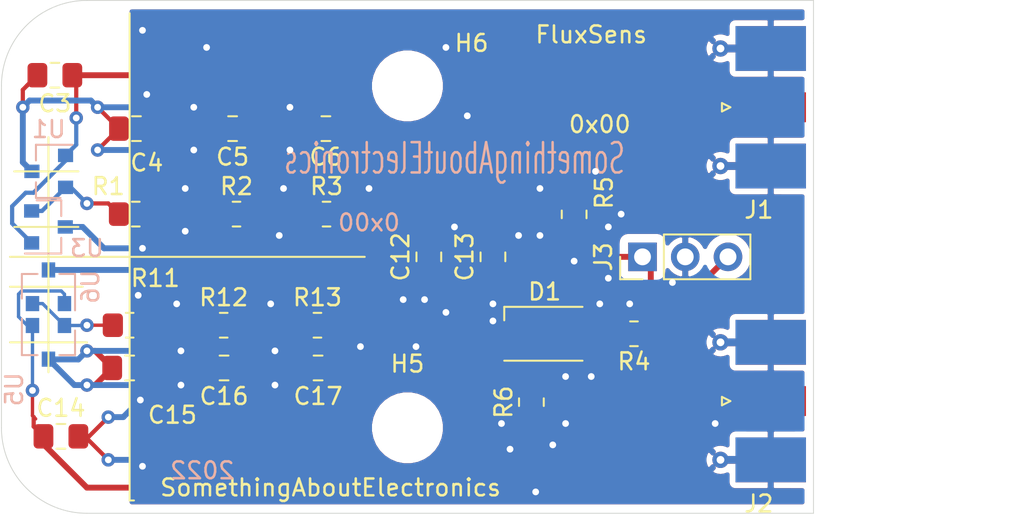
<source format=kicad_pcb>
(kicad_pcb (version 20171130) (host pcbnew "(5.1.10)-1")

  (general
    (thickness 1.6)
    (drawings 22)
    (tracks 219)
    (zones 0)
    (modules 29)
    (nets 14)
  )

  (page A4)
  (layers
    (0 F.Cu signal)
    (31 B.Cu signal)
    (32 B.Adhes user)
    (33 F.Adhes user)
    (34 B.Paste user)
    (35 F.Paste user)
    (36 B.SilkS user)
    (37 F.SilkS user)
    (38 B.Mask user)
    (39 F.Mask user)
    (40 Dwgs.User user)
    (41 Cmts.User user)
    (42 Eco1.User user)
    (43 Eco2.User user)
    (44 Edge.Cuts user)
    (45 Margin user)
    (46 B.CrtYd user)
    (47 F.CrtYd user)
    (48 B.Fab user hide)
    (49 F.Fab user hide)
  )

  (setup
    (last_trace_width 0.35)
    (user_trace_width 0.2)
    (user_trace_width 0.35)
    (trace_clearance 0.2)
    (zone_clearance 0.508)
    (zone_45_only no)
    (trace_min 0.2)
    (via_size 0.8)
    (via_drill 0.4)
    (via_min_size 0.4)
    (via_min_drill 0.3)
    (uvia_size 0.3)
    (uvia_drill 0.1)
    (uvias_allowed no)
    (uvia_min_size 0.2)
    (uvia_min_drill 0.1)
    (edge_width 0.05)
    (segment_width 0.2)
    (pcb_text_width 0.3)
    (pcb_text_size 1.5 1.5)
    (mod_edge_width 0.12)
    (mod_text_size 1 1)
    (mod_text_width 0.15)
    (pad_size 1.524 1.524)
    (pad_drill 0.762)
    (pad_to_mask_clearance 0)
    (aux_axis_origin 0 0)
    (visible_elements 7FFFFFFF)
    (pcbplotparams
      (layerselection 0x010fc_ffffffff)
      (usegerberextensions false)
      (usegerberattributes true)
      (usegerberadvancedattributes true)
      (creategerberjobfile true)
      (excludeedgelayer true)
      (linewidth 0.100000)
      (plotframeref false)
      (viasonmask false)
      (mode 1)
      (useauxorigin false)
      (hpglpennumber 1)
      (hpglpenspeed 20)
      (hpglpendiameter 15.000000)
      (psnegative false)
      (psa4output false)
      (plotreference true)
      (plotvalue true)
      (plotinvisibletext false)
      (padsonsilk false)
      (subtractmaskfromsilk false)
      (outputformat 1)
      (mirror false)
      (drillshape 1)
      (scaleselection 1)
      (outputdirectory ""))
  )

  (net 0 "")
  (net 1 GND)
  (net 2 +3V3)
  (net 3 "Net-(C4-Pad1)")
  (net 4 "Net-(C5-Pad1)")
  (net 5 /V_out)
  (net 6 "Net-(R1-Pad1)")
  (net 7 "Net-(C15-Pad1)")
  (net 8 "Net-(C16-Pad1)")
  (net 9 "Net-(R11-Pad1)")
  (net 10 /V_out_2)
  (net 11 "Net-(D1-Pad2)")
  (net 12 "Net-(C3-Pad1)")
  (net 13 "Net-(C14-Pad1)")

  (net_class Default "This is the default net class."
    (clearance 0.2)
    (trace_width 0.25)
    (via_dia 0.8)
    (via_drill 0.4)
    (uvia_dia 0.3)
    (uvia_drill 0.1)
    (add_net +3V3)
    (add_net /V_out)
    (add_net /V_out_2)
    (add_net GND)
    (add_net "Net-(C14-Pad1)")
    (add_net "Net-(C15-Pad1)")
    (add_net "Net-(C16-Pad1)")
    (add_net "Net-(C3-Pad1)")
    (add_net "Net-(C4-Pad1)")
    (add_net "Net-(C5-Pad1)")
    (add_net "Net-(D1-Pad2)")
    (add_net "Net-(R1-Pad1)")
    (add_net "Net-(R11-Pad1)")
  )

  (module Resistor_SMD:R_0805_2012Metric_Pad1.20x1.40mm_HandSolder (layer F.Cu) (tedit 5F68FEEE) (tstamp 629E604A)
    (at 77.216 150.876 90)
    (descr "Resistor SMD 0805 (2012 Metric), square (rectangular) end terminal, IPC_7351 nominal with elongated pad for handsoldering. (Body size source: IPC-SM-782 page 72, https://www.pcb-3d.com/wordpress/wp-content/uploads/ipc-sm-782a_amendment_1_and_2.pdf), generated with kicad-footprint-generator")
    (tags "resistor handsolder")
    (path /62A461F7)
    (attr smd)
    (fp_text reference R6 (at 0 -1.65 90) (layer F.SilkS)
      (effects (font (size 1 1) (thickness 0.15)))
    )
    (fp_text value R_Small (at 0 1.65 90) (layer F.Fab)
      (effects (font (size 1 1) (thickness 0.15)))
    )
    (fp_text user %R (at 0 0 90) (layer F.Fab)
      (effects (font (size 0.5 0.5) (thickness 0.08)))
    )
    (fp_line (start -1 0.625) (end -1 -0.625) (layer F.Fab) (width 0.1))
    (fp_line (start -1 -0.625) (end 1 -0.625) (layer F.Fab) (width 0.1))
    (fp_line (start 1 -0.625) (end 1 0.625) (layer F.Fab) (width 0.1))
    (fp_line (start 1 0.625) (end -1 0.625) (layer F.Fab) (width 0.1))
    (fp_line (start -0.227064 -0.735) (end 0.227064 -0.735) (layer F.SilkS) (width 0.12))
    (fp_line (start -0.227064 0.735) (end 0.227064 0.735) (layer F.SilkS) (width 0.12))
    (fp_line (start -1.85 0.95) (end -1.85 -0.95) (layer F.CrtYd) (width 0.05))
    (fp_line (start -1.85 -0.95) (end 1.85 -0.95) (layer F.CrtYd) (width 0.05))
    (fp_line (start 1.85 -0.95) (end 1.85 0.95) (layer F.CrtYd) (width 0.05))
    (fp_line (start 1.85 0.95) (end -1.85 0.95) (layer F.CrtYd) (width 0.05))
    (pad 2 smd roundrect (at 1 0 90) (size 1.2 1.4) (layers F.Cu F.Paste F.Mask) (roundrect_rratio 0.208333)
      (net 2 +3V3))
    (pad 1 smd roundrect (at -1 0 90) (size 1.2 1.4) (layers F.Cu F.Paste F.Mask) (roundrect_rratio 0.208333)
      (net 13 "Net-(C14-Pad1)"))
    (model ${KISYS3DMOD}/Resistor_SMD.3dshapes/R_0805_2012Metric.wrl
      (at (xyz 0 0 0))
      (scale (xyz 1 1 1))
      (rotate (xyz 0 0 0))
    )
  )

  (module Resistor_SMD:R_0805_2012Metric_Pad1.20x1.40mm_HandSolder (layer F.Cu) (tedit 5F68FEEE) (tstamp 629E6039)
    (at 79.756 139.716 270)
    (descr "Resistor SMD 0805 (2012 Metric), square (rectangular) end terminal, IPC_7351 nominal with elongated pad for handsoldering. (Body size source: IPC-SM-782 page 72, https://www.pcb-3d.com/wordpress/wp-content/uploads/ipc-sm-782a_amendment_1_and_2.pdf), generated with kicad-footprint-generator")
    (tags "resistor handsolder")
    (path /62A53029)
    (attr smd)
    (fp_text reference R5 (at -1.286 -1.778 90) (layer F.SilkS)
      (effects (font (size 1 1) (thickness 0.15)))
    )
    (fp_text value R_Small (at 0 1.65 90) (layer F.Fab)
      (effects (font (size 1 1) (thickness 0.15)))
    )
    (fp_text user %R (at 0 0 90) (layer F.Fab)
      (effects (font (size 0.5 0.5) (thickness 0.08)))
    )
    (fp_line (start -1 0.625) (end -1 -0.625) (layer F.Fab) (width 0.1))
    (fp_line (start -1 -0.625) (end 1 -0.625) (layer F.Fab) (width 0.1))
    (fp_line (start 1 -0.625) (end 1 0.625) (layer F.Fab) (width 0.1))
    (fp_line (start 1 0.625) (end -1 0.625) (layer F.Fab) (width 0.1))
    (fp_line (start -0.227064 -0.735) (end 0.227064 -0.735) (layer F.SilkS) (width 0.12))
    (fp_line (start -0.227064 0.735) (end 0.227064 0.735) (layer F.SilkS) (width 0.12))
    (fp_line (start -1.85 0.95) (end -1.85 -0.95) (layer F.CrtYd) (width 0.05))
    (fp_line (start -1.85 -0.95) (end 1.85 -0.95) (layer F.CrtYd) (width 0.05))
    (fp_line (start 1.85 -0.95) (end 1.85 0.95) (layer F.CrtYd) (width 0.05))
    (fp_line (start 1.85 0.95) (end -1.85 0.95) (layer F.CrtYd) (width 0.05))
    (pad 2 smd roundrect (at 1 0 270) (size 1.2 1.4) (layers F.Cu F.Paste F.Mask) (roundrect_rratio 0.208333)
      (net 2 +3V3))
    (pad 1 smd roundrect (at -1 0 270) (size 1.2 1.4) (layers F.Cu F.Paste F.Mask) (roundrect_rratio 0.208333)
      (net 12 "Net-(C3-Pad1)"))
    (model ${KISYS3DMOD}/Resistor_SMD.3dshapes/R_0805_2012Metric.wrl
      (at (xyz 0 0 0))
      (scale (xyz 1 1 1))
      (rotate (xyz 0 0 0))
    )
  )

  (module Resistor_SMD:R_0805_2012Metric_Pad1.20x1.40mm_HandSolder (layer F.Cu) (tedit 5F68FEEE) (tstamp 629E54FE)
    (at 83.312 146.812 180)
    (descr "Resistor SMD 0805 (2012 Metric), square (rectangular) end terminal, IPC_7351 nominal with elongated pad for handsoldering. (Body size source: IPC-SM-782 page 72, https://www.pcb-3d.com/wordpress/wp-content/uploads/ipc-sm-782a_amendment_1_and_2.pdf), generated with kicad-footprint-generator")
    (tags "resistor handsolder")
    (path /62A229CF)
    (attr smd)
    (fp_text reference R4 (at 0 -1.65) (layer F.SilkS)
      (effects (font (size 1 1) (thickness 0.15)))
    )
    (fp_text value R_Small (at 0 1.65) (layer F.Fab)
      (effects (font (size 1 1) (thickness 0.15)))
    )
    (fp_text user %R (at 0 0) (layer F.Fab)
      (effects (font (size 0.5 0.5) (thickness 0.08)))
    )
    (fp_line (start -1 0.625) (end -1 -0.625) (layer F.Fab) (width 0.1))
    (fp_line (start -1 -0.625) (end 1 -0.625) (layer F.Fab) (width 0.1))
    (fp_line (start 1 -0.625) (end 1 0.625) (layer F.Fab) (width 0.1))
    (fp_line (start 1 0.625) (end -1 0.625) (layer F.Fab) (width 0.1))
    (fp_line (start -0.227064 -0.735) (end 0.227064 -0.735) (layer F.SilkS) (width 0.12))
    (fp_line (start -0.227064 0.735) (end 0.227064 0.735) (layer F.SilkS) (width 0.12))
    (fp_line (start -1.85 0.95) (end -1.85 -0.95) (layer F.CrtYd) (width 0.05))
    (fp_line (start -1.85 -0.95) (end 1.85 -0.95) (layer F.CrtYd) (width 0.05))
    (fp_line (start 1.85 -0.95) (end 1.85 0.95) (layer F.CrtYd) (width 0.05))
    (fp_line (start 1.85 0.95) (end -1.85 0.95) (layer F.CrtYd) (width 0.05))
    (pad 2 smd roundrect (at 1 0 180) (size 1.2 1.4) (layers F.Cu F.Paste F.Mask) (roundrect_rratio 0.208333)
      (net 11 "Net-(D1-Pad2)"))
    (pad 1 smd roundrect (at -1 0 180) (size 1.2 1.4) (layers F.Cu F.Paste F.Mask) (roundrect_rratio 0.208333)
      (net 2 +3V3))
    (model ${KISYS3DMOD}/Resistor_SMD.3dshapes/R_0805_2012Metric.wrl
      (at (xyz 0 0 0))
      (scale (xyz 1 1 1))
      (rotate (xyz 0 0 0))
    )
  )

  (module LED_SMD:LED_PLCC-2 (layer F.Cu) (tedit 59959404) (tstamp 629E538D)
    (at 78.002 146.812)
    (descr "LED PLCC-2 SMD package")
    (tags "LED PLCC-2 SMD")
    (path /62A21E34)
    (attr smd)
    (fp_text reference D1 (at 0 -2.5) (layer F.SilkS)
      (effects (font (size 1 1) (thickness 0.15)))
    )
    (fp_text value LED_Small (at 0 2.5) (layer F.Fab)
      (effects (font (size 1 1) (thickness 0.15)))
    )
    (fp_text user %R (at 0 0) (layer F.Fab)
      (effects (font (size 0.4 0.4) (thickness 0.1)))
    )
    (fp_circle (center 0 0) (end 0 -1.25) (layer F.Fab) (width 0.1))
    (fp_line (start -1.7 -0.6) (end -0.8 -1.5) (layer F.Fab) (width 0.1))
    (fp_line (start 1.7 1.5) (end 1.7 -1.5) (layer F.Fab) (width 0.1))
    (fp_line (start 1.7 -1.5) (end -1.7 -1.5) (layer F.Fab) (width 0.1))
    (fp_line (start -1.7 -1.5) (end -1.7 1.5) (layer F.Fab) (width 0.1))
    (fp_line (start -1.7 1.5) (end 1.7 1.5) (layer F.Fab) (width 0.1))
    (fp_line (start -2.65 -1.85) (end 2.5 -1.85) (layer F.CrtYd) (width 0.05))
    (fp_line (start 2.5 -1.85) (end 2.5 1.85) (layer F.CrtYd) (width 0.05))
    (fp_line (start 2.5 1.85) (end -2.65 1.85) (layer F.CrtYd) (width 0.05))
    (fp_line (start -2.65 1.85) (end -2.65 -1.85) (layer F.CrtYd) (width 0.05))
    (fp_line (start 2.25 1.6) (end -2.4 1.6) (layer F.SilkS) (width 0.12))
    (fp_line (start 2.25 -1.6) (end -2.4 -1.6) (layer F.SilkS) (width 0.12))
    (fp_line (start -2.4 -1.6) (end -2.4 -0.8) (layer F.SilkS) (width 0.12))
    (pad 2 smd rect (at 1.5 0) (size 1.5 2.6) (layers F.Cu F.Paste F.Mask)
      (net 11 "Net-(D1-Pad2)"))
    (pad 1 smd rect (at -1.5 0) (size 1.5 2.6) (layers F.Cu F.Paste F.Mask)
      (net 1 GND))
    (model ${KISYS3DMOD}/LED_SMD.3dshapes/LED_PLCC-2.wrl
      (at (xyz 0 0 0))
      (scale (xyz 1 1 1))
      (rotate (xyz 0 0 0))
    )
  )

  (module Connector_PinHeader_2.54mm:PinHeader_1x03_P2.54mm_Vertical (layer F.Cu) (tedit 59FED5CC) (tstamp 628FCFA2)
    (at 83.82 142.24 90)
    (descr "Through hole straight pin header, 1x03, 2.54mm pitch, single row")
    (tags "Through hole pin header THT 1x03 2.54mm single row")
    (path /6290961A)
    (fp_text reference J3 (at 0 -2.33 90) (layer F.SilkS)
      (effects (font (size 1 1) (thickness 0.15)))
    )
    (fp_text value Conn_01x03 (at 0 7.41 90) (layer F.Fab)
      (effects (font (size 1 1) (thickness 0.15)))
    )
    (fp_line (start 1.8 -1.8) (end -1.8 -1.8) (layer F.CrtYd) (width 0.05))
    (fp_line (start 1.8 6.85) (end 1.8 -1.8) (layer F.CrtYd) (width 0.05))
    (fp_line (start -1.8 6.85) (end 1.8 6.85) (layer F.CrtYd) (width 0.05))
    (fp_line (start -1.8 -1.8) (end -1.8 6.85) (layer F.CrtYd) (width 0.05))
    (fp_line (start -1.33 -1.33) (end 0 -1.33) (layer F.SilkS) (width 0.12))
    (fp_line (start -1.33 0) (end -1.33 -1.33) (layer F.SilkS) (width 0.12))
    (fp_line (start -1.33 1.27) (end 1.33 1.27) (layer F.SilkS) (width 0.12))
    (fp_line (start 1.33 1.27) (end 1.33 6.41) (layer F.SilkS) (width 0.12))
    (fp_line (start -1.33 1.27) (end -1.33 6.41) (layer F.SilkS) (width 0.12))
    (fp_line (start -1.33 6.41) (end 1.33 6.41) (layer F.SilkS) (width 0.12))
    (fp_line (start -1.27 -0.635) (end -0.635 -1.27) (layer F.Fab) (width 0.1))
    (fp_line (start -1.27 6.35) (end -1.27 -0.635) (layer F.Fab) (width 0.1))
    (fp_line (start 1.27 6.35) (end -1.27 6.35) (layer F.Fab) (width 0.1))
    (fp_line (start 1.27 -1.27) (end 1.27 6.35) (layer F.Fab) (width 0.1))
    (fp_line (start -0.635 -1.27) (end 1.27 -1.27) (layer F.Fab) (width 0.1))
    (fp_text user %R (at 0 2.54) (layer F.Fab)
      (effects (font (size 1 1) (thickness 0.15)))
    )
    (pad 3 thru_hole oval (at 0 5.08 90) (size 1.7 1.7) (drill 1) (layers *.Cu *.Mask)
      (net 2 +3V3))
    (pad 2 thru_hole oval (at 0 2.54 90) (size 1.7 1.7) (drill 1) (layers *.Cu *.Mask)
      (net 1 GND))
    (pad 1 thru_hole rect (at 0 0 90) (size 1.7 1.7) (drill 1) (layers *.Cu *.Mask)
      (net 2 +3V3))
    (model ${KISYS3DMOD}/Connector_PinHeader_2.54mm.3dshapes/PinHeader_1x03_P2.54mm_Vertical.wrl
      (at (xyz 0 0 0))
      (scale (xyz 1 1 1))
      (rotate (xyz 0 0 0))
    )
  )

  (module MountingHole:MountingHole_3.2mm_M3_DIN965 (layer F.Cu) (tedit 56D1B4CB) (tstamp 628FCED3)
    (at 69.85 132.08)
    (descr "Mounting Hole 3.2mm, no annular, M3, DIN965")
    (tags "mounting hole 3.2mm no annular m3 din965")
    (path /62E317D3)
    (attr virtual)
    (fp_text reference H6 (at 3.81 -2.54) (layer F.SilkS)
      (effects (font (size 1 1) (thickness 0.15)))
    )
    (fp_text value MountingHole (at 0 3.8) (layer F.Fab)
      (effects (font (size 1 1) (thickness 0.15)))
    )
    (fp_circle (center 0 0) (end 3.05 0) (layer F.CrtYd) (width 0.05))
    (fp_circle (center 0 0) (end 2.8 0) (layer Cmts.User) (width 0.15))
    (fp_text user %R (at 0.3 0) (layer F.Fab)
      (effects (font (size 1 1) (thickness 0.15)))
    )
    (pad 1 np_thru_hole circle (at 0 0) (size 3.2 3.2) (drill 3.2) (layers *.Cu *.Mask))
  )

  (module MountingHole:MountingHole_3.2mm_M3_DIN965 (layer F.Cu) (tedit 56D1B4CB) (tstamp 628FCECB)
    (at 69.85 152.4)
    (descr "Mounting Hole 3.2mm, no annular, M3, DIN965")
    (tags "mounting hole 3.2mm no annular m3 din965")
    (path /62E3DA67)
    (attr virtual)
    (fp_text reference H5 (at 0 -3.8) (layer F.SilkS)
      (effects (font (size 1 1) (thickness 0.15)))
    )
    (fp_text value MountingHole (at 0 3.8) (layer F.Fab)
      (effects (font (size 1 1) (thickness 0.15)))
    )
    (fp_circle (center 0 0) (end 3.05 0) (layer F.CrtYd) (width 0.05))
    (fp_circle (center 0 0) (end 2.8 0) (layer Cmts.User) (width 0.15))
    (fp_text user %R (at 0.3 0) (layer F.Fab)
      (effects (font (size 1 1) (thickness 0.15)))
    )
    (pad 1 np_thru_hole circle (at 0 0) (size 3.2 3.2) (drill 3.2) (layers *.Cu *.Mask))
  )

  (module Package_TO_SOT_SMD:SOT-23 (layer B.Cu) (tedit 5A02FF57) (tstamp 628C0784)
    (at 48.514 144.018 90)
    (descr "SOT-23, Standard")
    (tags SOT-23)
    (path /6296EC9C)
    (attr smd)
    (fp_text reference U6 (at 0 2.5 90) (layer B.SilkS)
      (effects (font (size 1 1) (thickness 0.15)) (justify mirror))
    )
    (fp_text value DRV5033AJQDBZ (at 0 -2.5 90) (layer B.Fab)
      (effects (font (size 1 1) (thickness 0.15)) (justify mirror))
    )
    (fp_line (start -0.7 0.95) (end -0.7 -1.5) (layer B.Fab) (width 0.1))
    (fp_line (start -0.15 1.52) (end 0.7 1.52) (layer B.Fab) (width 0.1))
    (fp_line (start -0.7 0.95) (end -0.15 1.52) (layer B.Fab) (width 0.1))
    (fp_line (start 0.7 1.52) (end 0.7 -1.52) (layer B.Fab) (width 0.1))
    (fp_line (start -0.7 -1.52) (end 0.7 -1.52) (layer B.Fab) (width 0.1))
    (fp_line (start 0.76 -1.58) (end 0.76 -0.65) (layer B.SilkS) (width 0.12))
    (fp_line (start 0.76 1.58) (end 0.76 0.65) (layer B.SilkS) (width 0.12))
    (fp_line (start -1.7 1.75) (end 1.7 1.75) (layer B.CrtYd) (width 0.05))
    (fp_line (start 1.7 1.75) (end 1.7 -1.75) (layer B.CrtYd) (width 0.05))
    (fp_line (start 1.7 -1.75) (end -1.7 -1.75) (layer B.CrtYd) (width 0.05))
    (fp_line (start -1.7 -1.75) (end -1.7 1.75) (layer B.CrtYd) (width 0.05))
    (fp_line (start 0.76 1.58) (end -1.4 1.58) (layer B.SilkS) (width 0.12))
    (fp_line (start 0.76 -1.58) (end -0.7 -1.58) (layer B.SilkS) (width 0.12))
    (fp_text user %R (at 0 0 180) (layer B.Fab)
      (effects (font (size 0.5 0.5) (thickness 0.075)) (justify mirror))
    )
    (pad 3 smd rect (at 1 0 90) (size 0.9 0.8) (layers B.Cu B.Paste B.Mask)
      (net 1 GND))
    (pad 2 smd rect (at -1 -0.95 90) (size 0.9 0.8) (layers B.Cu B.Paste B.Mask)
      (net 9 "Net-(R11-Pad1)"))
    (pad 1 smd rect (at -1 0.95 90) (size 0.9 0.8) (layers B.Cu B.Paste B.Mask)
      (net 13 "Net-(C14-Pad1)"))
    (model ${KISYS3DMOD}/Package_TO_SOT_SMD.3dshapes/SOT-23.wrl
      (at (xyz 0 0 0))
      (scale (xyz 1 1 1))
      (rotate (xyz 0 0 0))
    )
  )

  (module Package_TO_SOT_SMD:SOT-23 (layer B.Cu) (tedit 5A02FF57) (tstamp 628C076F)
    (at 48.514 147.32 270)
    (descr "SOT-23, Standard")
    (tags SOT-23)
    (path /6296EDFA)
    (attr smd)
    (fp_text reference U5 (at 2.794 2.032 90) (layer B.SilkS)
      (effects (font (size 1 1) (thickness 0.15)) (justify mirror))
    )
    (fp_text value DRV5033AJQDBZ (at 0 -2.5 90) (layer B.Fab)
      (effects (font (size 1 1) (thickness 0.15)) (justify mirror))
    )
    (fp_line (start -0.7 0.95) (end -0.7 -1.5) (layer B.Fab) (width 0.1))
    (fp_line (start -0.15 1.52) (end 0.7 1.52) (layer B.Fab) (width 0.1))
    (fp_line (start -0.7 0.95) (end -0.15 1.52) (layer B.Fab) (width 0.1))
    (fp_line (start 0.7 1.52) (end 0.7 -1.52) (layer B.Fab) (width 0.1))
    (fp_line (start -0.7 -1.52) (end 0.7 -1.52) (layer B.Fab) (width 0.1))
    (fp_line (start 0.76 -1.58) (end 0.76 -0.65) (layer B.SilkS) (width 0.12))
    (fp_line (start 0.76 1.58) (end 0.76 0.65) (layer B.SilkS) (width 0.12))
    (fp_line (start -1.7 1.75) (end 1.7 1.75) (layer B.CrtYd) (width 0.05))
    (fp_line (start 1.7 1.75) (end 1.7 -1.75) (layer B.CrtYd) (width 0.05))
    (fp_line (start 1.7 -1.75) (end -1.7 -1.75) (layer B.CrtYd) (width 0.05))
    (fp_line (start -1.7 -1.75) (end -1.7 1.75) (layer B.CrtYd) (width 0.05))
    (fp_line (start 0.76 1.58) (end -1.4 1.58) (layer B.SilkS) (width 0.12))
    (fp_line (start 0.76 -1.58) (end -0.7 -1.58) (layer B.SilkS) (width 0.12))
    (fp_text user %R (at 0 0 180) (layer B.Fab)
      (effects (font (size 0.5 0.5) (thickness 0.075)) (justify mirror))
    )
    (pad 3 smd rect (at 1 0 270) (size 0.9 0.8) (layers B.Cu B.Paste B.Mask)
      (net 1 GND))
    (pad 2 smd rect (at -1 -0.95 270) (size 0.9 0.8) (layers B.Cu B.Paste B.Mask)
      (net 9 "Net-(R11-Pad1)"))
    (pad 1 smd rect (at -1 0.95 270) (size 0.9 0.8) (layers B.Cu B.Paste B.Mask)
      (net 13 "Net-(C14-Pad1)"))
    (model ${KISYS3DMOD}/Package_TO_SOT_SMD.3dshapes/SOT-23.wrl
      (at (xyz 0 0 0))
      (scale (xyz 1 1 1))
      (rotate (xyz 0 0 0))
    )
  )

  (module Resistor_SMD:R_0805_2012Metric_Pad1.20x1.40mm_HandSolder (layer F.Cu) (tedit 5F68FEEE) (tstamp 628C064D)
    (at 64.5 146.304)
    (descr "Resistor SMD 0805 (2012 Metric), square (rectangular) end terminal, IPC_7351 nominal with elongated pad for handsoldering. (Body size source: IPC-SM-782 page 72, https://www.pcb-3d.com/wordpress/wp-content/uploads/ipc-sm-782a_amendment_1_and_2.pdf), generated with kicad-footprint-generator")
    (tags "resistor handsolder")
    (path /6296ECC5)
    (attr smd)
    (fp_text reference R13 (at 0 -1.65) (layer F.SilkS)
      (effects (font (size 1 1) (thickness 0.15)))
    )
    (fp_text value R_Small (at 0 1.65) (layer F.Fab)
      (effects (font (size 1 1) (thickness 0.15)))
    )
    (fp_line (start -1 0.625) (end -1 -0.625) (layer F.Fab) (width 0.1))
    (fp_line (start -1 -0.625) (end 1 -0.625) (layer F.Fab) (width 0.1))
    (fp_line (start 1 -0.625) (end 1 0.625) (layer F.Fab) (width 0.1))
    (fp_line (start 1 0.625) (end -1 0.625) (layer F.Fab) (width 0.1))
    (fp_line (start -0.227064 -0.735) (end 0.227064 -0.735) (layer F.SilkS) (width 0.12))
    (fp_line (start -0.227064 0.735) (end 0.227064 0.735) (layer F.SilkS) (width 0.12))
    (fp_line (start -1.85 0.95) (end -1.85 -0.95) (layer F.CrtYd) (width 0.05))
    (fp_line (start -1.85 -0.95) (end 1.85 -0.95) (layer F.CrtYd) (width 0.05))
    (fp_line (start 1.85 -0.95) (end 1.85 0.95) (layer F.CrtYd) (width 0.05))
    (fp_line (start 1.85 0.95) (end -1.85 0.95) (layer F.CrtYd) (width 0.05))
    (fp_text user %R (at 0 0) (layer F.Fab)
      (effects (font (size 0.5 0.5) (thickness 0.08)))
    )
    (pad 2 smd roundrect (at 1 0) (size 1.2 1.4) (layers F.Cu F.Paste F.Mask) (roundrect_rratio 0.208333)
      (net 10 /V_out_2))
    (pad 1 smd roundrect (at -1 0) (size 1.2 1.4) (layers F.Cu F.Paste F.Mask) (roundrect_rratio 0.208333)
      (net 8 "Net-(C16-Pad1)"))
    (model ${KISYS3DMOD}/Resistor_SMD.3dshapes/R_0805_2012Metric.wrl
      (at (xyz 0 0 0))
      (scale (xyz 1 1 1))
      (rotate (xyz 0 0 0))
    )
  )

  (module Resistor_SMD:R_0805_2012Metric_Pad1.20x1.40mm_HandSolder (layer F.Cu) (tedit 5F68FEEE) (tstamp 628C063C)
    (at 58.928 146.304)
    (descr "Resistor SMD 0805 (2012 Metric), square (rectangular) end terminal, IPC_7351 nominal with elongated pad for handsoldering. (Body size source: IPC-SM-782 page 72, https://www.pcb-3d.com/wordpress/wp-content/uploads/ipc-sm-782a_amendment_1_and_2.pdf), generated with kicad-footprint-generator")
    (tags "resistor handsolder")
    (path /6296ECB9)
    (attr smd)
    (fp_text reference R12 (at 0 -1.65) (layer F.SilkS)
      (effects (font (size 1 1) (thickness 0.15)))
    )
    (fp_text value R_Small (at 0 1.65) (layer F.Fab)
      (effects (font (size 1 1) (thickness 0.15)))
    )
    (fp_line (start -1 0.625) (end -1 -0.625) (layer F.Fab) (width 0.1))
    (fp_line (start -1 -0.625) (end 1 -0.625) (layer F.Fab) (width 0.1))
    (fp_line (start 1 -0.625) (end 1 0.625) (layer F.Fab) (width 0.1))
    (fp_line (start 1 0.625) (end -1 0.625) (layer F.Fab) (width 0.1))
    (fp_line (start -0.227064 -0.735) (end 0.227064 -0.735) (layer F.SilkS) (width 0.12))
    (fp_line (start -0.227064 0.735) (end 0.227064 0.735) (layer F.SilkS) (width 0.12))
    (fp_line (start -1.85 0.95) (end -1.85 -0.95) (layer F.CrtYd) (width 0.05))
    (fp_line (start -1.85 -0.95) (end 1.85 -0.95) (layer F.CrtYd) (width 0.05))
    (fp_line (start 1.85 -0.95) (end 1.85 0.95) (layer F.CrtYd) (width 0.05))
    (fp_line (start 1.85 0.95) (end -1.85 0.95) (layer F.CrtYd) (width 0.05))
    (fp_text user %R (at 0 0) (layer F.Fab)
      (effects (font (size 0.5 0.5) (thickness 0.08)))
    )
    (pad 2 smd roundrect (at 1 0) (size 1.2 1.4) (layers F.Cu F.Paste F.Mask) (roundrect_rratio 0.208333)
      (net 8 "Net-(C16-Pad1)"))
    (pad 1 smd roundrect (at -1 0) (size 1.2 1.4) (layers F.Cu F.Paste F.Mask) (roundrect_rratio 0.208333)
      (net 7 "Net-(C15-Pad1)"))
    (model ${KISYS3DMOD}/Resistor_SMD.3dshapes/R_0805_2012Metric.wrl
      (at (xyz 0 0 0))
      (scale (xyz 1 1 1))
      (rotate (xyz 0 0 0))
    )
  )

  (module Resistor_SMD:R_0805_2012Metric_Pad1.20x1.40mm_HandSolder (layer F.Cu) (tedit 5F68FEEE) (tstamp 628C062B)
    (at 53.34 146.304)
    (descr "Resistor SMD 0805 (2012 Metric), square (rectangular) end terminal, IPC_7351 nominal with elongated pad for handsoldering. (Body size source: IPC-SM-782 page 72, https://www.pcb-3d.com/wordpress/wp-content/uploads/ipc-sm-782a_amendment_1_and_2.pdf), generated with kicad-footprint-generator")
    (tags "resistor handsolder")
    (path /6296ECA8)
    (attr smd)
    (fp_text reference R11 (at 1.524 -2.794) (layer F.SilkS)
      (effects (font (size 1 1) (thickness 0.15)))
    )
    (fp_text value R_Small (at 0 1.65) (layer F.Fab)
      (effects (font (size 1 1) (thickness 0.15)))
    )
    (fp_line (start -1 0.625) (end -1 -0.625) (layer F.Fab) (width 0.1))
    (fp_line (start -1 -0.625) (end 1 -0.625) (layer F.Fab) (width 0.1))
    (fp_line (start 1 -0.625) (end 1 0.625) (layer F.Fab) (width 0.1))
    (fp_line (start 1 0.625) (end -1 0.625) (layer F.Fab) (width 0.1))
    (fp_line (start -0.227064 -0.735) (end 0.227064 -0.735) (layer F.SilkS) (width 0.12))
    (fp_line (start -0.227064 0.735) (end 0.227064 0.735) (layer F.SilkS) (width 0.12))
    (fp_line (start -1.85 0.95) (end -1.85 -0.95) (layer F.CrtYd) (width 0.05))
    (fp_line (start -1.85 -0.95) (end 1.85 -0.95) (layer F.CrtYd) (width 0.05))
    (fp_line (start 1.85 -0.95) (end 1.85 0.95) (layer F.CrtYd) (width 0.05))
    (fp_line (start 1.85 0.95) (end -1.85 0.95) (layer F.CrtYd) (width 0.05))
    (fp_text user %R (at 0 0) (layer F.Fab)
      (effects (font (size 0.5 0.5) (thickness 0.08)))
    )
    (pad 2 smd roundrect (at 1 0) (size 1.2 1.4) (layers F.Cu F.Paste F.Mask) (roundrect_rratio 0.208333)
      (net 7 "Net-(C15-Pad1)"))
    (pad 1 smd roundrect (at -1 0) (size 1.2 1.4) (layers F.Cu F.Paste F.Mask) (roundrect_rratio 0.208333)
      (net 9 "Net-(R11-Pad1)"))
    (model ${KISYS3DMOD}/Resistor_SMD.3dshapes/R_0805_2012Metric.wrl
      (at (xyz 0 0 0))
      (scale (xyz 1 1 1))
      (rotate (xyz 0 0 0))
    )
  )

  (module Connector_Coaxial:SMA_Molex_73251-2120_EdgeMount_Horizontal (layer F.Cu) (tedit 5EBD110B) (tstamp 628C04DA)
    (at 91.44 150.8125)
    (descr "Molex SMA RF Connector, Edge Mount, (http://www.molex.com/pdm_docs/sd/732512120_sd.pdf)")
    (tags "sma edge")
    (path /6296ED7B)
    (attr smd)
    (fp_text reference J2 (at -0.705 6.1) (layer F.SilkS)
      (effects (font (size 1 1) (thickness 0.15)))
    )
    (fp_text value Conn_Coaxial (at -0.1 -6.2) (layer F.Fab)
      (effects (font (size 1 1) (thickness 0.15)))
    )
    (fp_line (start 3.115 3.175) (end -1.715 3.175) (layer F.Fab) (width 0.1))
    (fp_line (start 3.115 -3.175) (end 3.115 3.175) (layer F.Fab) (width 0.1))
    (fp_line (start -1.715 -3.175) (end 3.115 -3.175) (layer F.Fab) (width 0.1))
    (fp_line (start 2.095 -2.155) (end 2.095 2.155) (layer F.Fab) (width 0.1))
    (fp_line (start 14.545 2.64) (end 3.115 2.64) (layer F.Fab) (width 0.1))
    (fp_line (start 14.545 -2.64) (end 14.545 2.64) (layer F.Fab) (width 0.1))
    (fp_line (start 14.545 -2.64) (end 3.115 -2.64) (layer F.Fab) (width 0.1))
    (fp_line (start 2.095 2.155) (end -1.715 2.155) (layer F.Fab) (width 0.1))
    (fp_line (start 2.095 -2.155) (end -1.715 -2.155) (layer F.Fab) (width 0.1))
    (fp_line (start -3.975 -5.33) (end 15.045 -5.33) (layer F.CrtYd) (width 0.05))
    (fp_line (start -3.975 -5.33) (end -3.975 5.33) (layer F.CrtYd) (width 0.05))
    (fp_line (start 15.045 5.33) (end -3.975 5.33) (layer F.CrtYd) (width 0.05))
    (fp_line (start 15.045 -5.33) (end 15.045 5.33) (layer F.CrtYd) (width 0.05))
    (fp_line (start -1.715 -3.175) (end -1.715 -2.155) (layer F.Fab) (width 0.1))
    (fp_line (start -1.715 -0.635) (end -1.715 0.635) (layer F.Fab) (width 0.1))
    (fp_line (start 2.095 0.635) (end -1.715 0.635) (layer F.Fab) (width 0.1))
    (fp_line (start 2.095 -0.635) (end -1.715 -0.635) (layer F.Fab) (width 0.1))
    (fp_line (start -2.4 0) (end -2.9 -0.25) (layer F.SilkS) (width 0.12))
    (fp_line (start -2.9 -0.25) (end -2.9 0.25) (layer F.SilkS) (width 0.12))
    (fp_line (start -2.9 0.25) (end -2.4 0) (layer F.SilkS) (width 0.12))
    (fp_line (start -2.9 -0.25) (end -2.4 0) (layer F.Fab) (width 0.1))
    (fp_line (start -2.4 0) (end -2.9 0.25) (layer F.Fab) (width 0.1))
    (fp_line (start -2.9 0.25) (end -2.9 -0.25) (layer F.Fab) (width 0.1))
    (fp_line (start -1.715 3.175) (end -1.715 2.155) (layer F.Fab) (width 0.1))
    (fp_line (start -3.975 -5.33) (end -3.975 5.33) (layer B.CrtYd) (width 0.05))
    (fp_line (start 15.045 5.33) (end -3.975 5.33) (layer B.CrtYd) (width 0.05))
    (fp_line (start 15.045 -5.33) (end 15.045 5.33) (layer B.CrtYd) (width 0.05))
    (fp_line (start -3.975 -5.33) (end 15.045 -5.33) (layer B.CrtYd) (width 0.05))
    (fp_line (start 2.095 -0.635) (end 2.9 0) (layer F.Fab) (width 0.1))
    (fp_line (start 2.9 0) (end 2.095 0.635) (layer F.Fab) (width 0.1))
    (fp_text user "PCB Edge" (at 2.155 0 270) (layer Dwgs.User)
      (effects (font (size 0.5 0.5) (thickness 0.08)))
    )
    (fp_text user %R (at 9.095 0) (layer F.Fab)
      (effects (font (size 1 1) (thickness 0.15)))
    )
    (pad 2 smd rect (at -2.54 3.4925) (size 0.89 0.46) (layers B.Cu)
      (net 1 GND))
    (pad 2 thru_hole circle (at -2.985 3.4925) (size 0.97 0.97) (drill 0.46) (layers *.Cu)
      (net 1 GND))
    (pad 2 smd rect (at -2.54 3.4925) (size 0.89 0.46) (layers F.Cu)
      (net 1 GND))
    (pad 2 smd rect (at 0 -3.4925) (size 4.19 2.665) (layers B.Cu B.Paste B.Mask)
      (net 1 GND))
    (pad 2 smd rect (at 0 -3.4925) (size 4.19 2.665) (layers F.Cu F.Paste F.Mask)
      (net 1 GND))
    (pad 2 smd rect (at 0 3.4925) (size 4.19 2.665) (layers B.Cu B.Paste B.Mask)
      (net 1 GND))
    (pad 1 smd rect (at 0 0) (size 4.19 1.78) (layers F.Cu F.Paste F.Mask)
      (net 10 /V_out_2))
    (pad 2 smd rect (at 0 3.4925) (size 4.19 2.665) (layers F.Cu F.Paste F.Mask)
      (net 1 GND))
    (pad 2 thru_hole circle (at -2.985 -3.4925) (size 0.97 0.97) (drill 0.46) (layers *.Cu)
      (net 1 GND))
    (pad 2 smd rect (at -2.54 -3.4925) (size 0.89 0.46) (layers F.Cu)
      (net 1 GND))
    (pad 2 smd rect (at -2.54 -3.4925) (size 0.89 0.46) (layers B.Cu)
      (net 1 GND))
    (model ${KISYS3DMOD}/Connector_Coaxial.3dshapes/SMA_Molex_73251-2120_EdgeMount_Horizontal.wrl
      (at (xyz 0 0 0))
      (scale (xyz 1 1 1))
      (rotate (xyz 0 0 0))
    )
  )

  (module Capacitor_SMD:C_0805_2012Metric_Pad1.18x1.45mm_HandSolder (layer F.Cu) (tedit 5F68FEEF) (tstamp 628C03FA)
    (at 64.5375 148.844 180)
    (descr "Capacitor SMD 0805 (2012 Metric), square (rectangular) end terminal, IPC_7351 nominal with elongated pad for handsoldering. (Body size source: IPC-SM-782 page 76, https://www.pcb-3d.com/wordpress/wp-content/uploads/ipc-sm-782a_amendment_1_and_2.pdf, https://docs.google.com/spreadsheets/d/1BsfQQcO9C6DZCsRaXUlFlo91Tg2WpOkGARC1WS5S8t0/edit?usp=sharing), generated with kicad-footprint-generator")
    (tags "capacitor handsolder")
    (path /6296ECCB)
    (attr smd)
    (fp_text reference C17 (at 0 -1.68) (layer F.SilkS)
      (effects (font (size 1 1) (thickness 0.15)))
    )
    (fp_text value C_Small (at 0 1.68) (layer F.Fab)
      (effects (font (size 1 1) (thickness 0.15)))
    )
    (fp_line (start -1 0.625) (end -1 -0.625) (layer F.Fab) (width 0.1))
    (fp_line (start -1 -0.625) (end 1 -0.625) (layer F.Fab) (width 0.1))
    (fp_line (start 1 -0.625) (end 1 0.625) (layer F.Fab) (width 0.1))
    (fp_line (start 1 0.625) (end -1 0.625) (layer F.Fab) (width 0.1))
    (fp_line (start -0.261252 -0.735) (end 0.261252 -0.735) (layer F.SilkS) (width 0.12))
    (fp_line (start -0.261252 0.735) (end 0.261252 0.735) (layer F.SilkS) (width 0.12))
    (fp_line (start -1.88 0.98) (end -1.88 -0.98) (layer F.CrtYd) (width 0.05))
    (fp_line (start -1.88 -0.98) (end 1.88 -0.98) (layer F.CrtYd) (width 0.05))
    (fp_line (start 1.88 -0.98) (end 1.88 0.98) (layer F.CrtYd) (width 0.05))
    (fp_line (start 1.88 0.98) (end -1.88 0.98) (layer F.CrtYd) (width 0.05))
    (fp_text user %R (at 0 0) (layer F.Fab)
      (effects (font (size 0.5 0.5) (thickness 0.08)))
    )
    (pad 2 smd roundrect (at 1.0375 0 180) (size 1.175 1.45) (layers F.Cu F.Paste F.Mask) (roundrect_rratio 0.212766)
      (net 1 GND))
    (pad 1 smd roundrect (at -1.0375 0 180) (size 1.175 1.45) (layers F.Cu F.Paste F.Mask) (roundrect_rratio 0.212766)
      (net 10 /V_out_2))
    (model ${KISYS3DMOD}/Capacitor_SMD.3dshapes/C_0805_2012Metric.wrl
      (at (xyz 0 0 0))
      (scale (xyz 1 1 1))
      (rotate (xyz 0 0 0))
    )
  )

  (module Capacitor_SMD:C_0805_2012Metric_Pad1.18x1.45mm_HandSolder (layer F.Cu) (tedit 5F68FEEF) (tstamp 628C03E9)
    (at 58.9495 148.844 180)
    (descr "Capacitor SMD 0805 (2012 Metric), square (rectangular) end terminal, IPC_7351 nominal with elongated pad for handsoldering. (Body size source: IPC-SM-782 page 76, https://www.pcb-3d.com/wordpress/wp-content/uploads/ipc-sm-782a_amendment_1_and_2.pdf, https://docs.google.com/spreadsheets/d/1BsfQQcO9C6DZCsRaXUlFlo91Tg2WpOkGARC1WS5S8t0/edit?usp=sharing), generated with kicad-footprint-generator")
    (tags "capacitor handsolder")
    (path /6296ECBF)
    (attr smd)
    (fp_text reference C16 (at 0 -1.68) (layer F.SilkS)
      (effects (font (size 1 1) (thickness 0.15)))
    )
    (fp_text value C_Small (at 0 1.68) (layer F.Fab)
      (effects (font (size 1 1) (thickness 0.15)))
    )
    (fp_line (start -1 0.625) (end -1 -0.625) (layer F.Fab) (width 0.1))
    (fp_line (start -1 -0.625) (end 1 -0.625) (layer F.Fab) (width 0.1))
    (fp_line (start 1 -0.625) (end 1 0.625) (layer F.Fab) (width 0.1))
    (fp_line (start 1 0.625) (end -1 0.625) (layer F.Fab) (width 0.1))
    (fp_line (start -0.261252 -0.735) (end 0.261252 -0.735) (layer F.SilkS) (width 0.12))
    (fp_line (start -0.261252 0.735) (end 0.261252 0.735) (layer F.SilkS) (width 0.12))
    (fp_line (start -1.88 0.98) (end -1.88 -0.98) (layer F.CrtYd) (width 0.05))
    (fp_line (start -1.88 -0.98) (end 1.88 -0.98) (layer F.CrtYd) (width 0.05))
    (fp_line (start 1.88 -0.98) (end 1.88 0.98) (layer F.CrtYd) (width 0.05))
    (fp_line (start 1.88 0.98) (end -1.88 0.98) (layer F.CrtYd) (width 0.05))
    (fp_text user %R (at 0 0) (layer F.Fab)
      (effects (font (size 0.5 0.5) (thickness 0.08)))
    )
    (pad 2 smd roundrect (at 1.0375 0 180) (size 1.175 1.45) (layers F.Cu F.Paste F.Mask) (roundrect_rratio 0.212766)
      (net 1 GND))
    (pad 1 smd roundrect (at -1.0375 0 180) (size 1.175 1.45) (layers F.Cu F.Paste F.Mask) (roundrect_rratio 0.212766)
      (net 8 "Net-(C16-Pad1)"))
    (model ${KISYS3DMOD}/Capacitor_SMD.3dshapes/C_0805_2012Metric.wrl
      (at (xyz 0 0 0))
      (scale (xyz 1 1 1))
      (rotate (xyz 0 0 0))
    )
  )

  (module Capacitor_SMD:C_0805_2012Metric_Pad1.18x1.45mm_HandSolder (layer F.Cu) (tedit 5F68FEEF) (tstamp 628C03D8)
    (at 53.34 148.844 180)
    (descr "Capacitor SMD 0805 (2012 Metric), square (rectangular) end terminal, IPC_7351 nominal with elongated pad for handsoldering. (Body size source: IPC-SM-782 page 76, https://www.pcb-3d.com/wordpress/wp-content/uploads/ipc-sm-782a_amendment_1_and_2.pdf, https://docs.google.com/spreadsheets/d/1BsfQQcO9C6DZCsRaXUlFlo91Tg2WpOkGARC1WS5S8t0/edit?usp=sharing), generated with kicad-footprint-generator")
    (tags "capacitor handsolder")
    (path /6296ECAE)
    (attr smd)
    (fp_text reference C15 (at -2.54 -2.794) (layer F.SilkS)
      (effects (font (size 1 1) (thickness 0.15)))
    )
    (fp_text value C_Small (at 0 1.68) (layer F.Fab)
      (effects (font (size 1 1) (thickness 0.15)))
    )
    (fp_line (start -1 0.625) (end -1 -0.625) (layer F.Fab) (width 0.1))
    (fp_line (start -1 -0.625) (end 1 -0.625) (layer F.Fab) (width 0.1))
    (fp_line (start 1 -0.625) (end 1 0.625) (layer F.Fab) (width 0.1))
    (fp_line (start 1 0.625) (end -1 0.625) (layer F.Fab) (width 0.1))
    (fp_line (start -0.261252 -0.735) (end 0.261252 -0.735) (layer F.SilkS) (width 0.12))
    (fp_line (start -0.261252 0.735) (end 0.261252 0.735) (layer F.SilkS) (width 0.12))
    (fp_line (start -1.88 0.98) (end -1.88 -0.98) (layer F.CrtYd) (width 0.05))
    (fp_line (start -1.88 -0.98) (end 1.88 -0.98) (layer F.CrtYd) (width 0.05))
    (fp_line (start 1.88 -0.98) (end 1.88 0.98) (layer F.CrtYd) (width 0.05))
    (fp_line (start 1.88 0.98) (end -1.88 0.98) (layer F.CrtYd) (width 0.05))
    (fp_text user %R (at 0 0) (layer F.Fab)
      (effects (font (size 0.5 0.5) (thickness 0.08)))
    )
    (pad 2 smd roundrect (at 1.0375 0 180) (size 1.175 1.45) (layers F.Cu F.Paste F.Mask) (roundrect_rratio 0.212766)
      (net 1 GND))
    (pad 1 smd roundrect (at -1.0375 0 180) (size 1.175 1.45) (layers F.Cu F.Paste F.Mask) (roundrect_rratio 0.212766)
      (net 7 "Net-(C15-Pad1)"))
    (model ${KISYS3DMOD}/Capacitor_SMD.3dshapes/C_0805_2012Metric.wrl
      (at (xyz 0 0 0))
      (scale (xyz 1 1 1))
      (rotate (xyz 0 0 0))
    )
  )

  (module Capacitor_SMD:C_0805_2012Metric_Pad1.18x1.45mm_HandSolder (layer F.Cu) (tedit 5F68FEEF) (tstamp 628C03C7)
    (at 49.2545 152.908)
    (descr "Capacitor SMD 0805 (2012 Metric), square (rectangular) end terminal, IPC_7351 nominal with elongated pad for handsoldering. (Body size source: IPC-SM-782 page 76, https://www.pcb-3d.com/wordpress/wp-content/uploads/ipc-sm-782a_amendment_1_and_2.pdf, https://docs.google.com/spreadsheets/d/1BsfQQcO9C6DZCsRaXUlFlo91Tg2WpOkGARC1WS5S8t0/edit?usp=sharing), generated with kicad-footprint-generator")
    (tags "capacitor handsolder")
    (path /6296ECA2)
    (attr smd)
    (fp_text reference C14 (at 0 -1.68) (layer F.SilkS)
      (effects (font (size 1 1) (thickness 0.15)))
    )
    (fp_text value C_Small (at 0 1.68) (layer F.Fab)
      (effects (font (size 1 1) (thickness 0.15)))
    )
    (fp_line (start -1 0.625) (end -1 -0.625) (layer F.Fab) (width 0.1))
    (fp_line (start -1 -0.625) (end 1 -0.625) (layer F.Fab) (width 0.1))
    (fp_line (start 1 -0.625) (end 1 0.625) (layer F.Fab) (width 0.1))
    (fp_line (start 1 0.625) (end -1 0.625) (layer F.Fab) (width 0.1))
    (fp_line (start -0.261252 -0.735) (end 0.261252 -0.735) (layer F.SilkS) (width 0.12))
    (fp_line (start -0.261252 0.735) (end 0.261252 0.735) (layer F.SilkS) (width 0.12))
    (fp_line (start -1.88 0.98) (end -1.88 -0.98) (layer F.CrtYd) (width 0.05))
    (fp_line (start -1.88 -0.98) (end 1.88 -0.98) (layer F.CrtYd) (width 0.05))
    (fp_line (start 1.88 -0.98) (end 1.88 0.98) (layer F.CrtYd) (width 0.05))
    (fp_line (start 1.88 0.98) (end -1.88 0.98) (layer F.CrtYd) (width 0.05))
    (fp_text user %R (at 0 0) (layer F.Fab)
      (effects (font (size 0.5 0.5) (thickness 0.08)))
    )
    (pad 2 smd roundrect (at 1.0375 0) (size 1.175 1.45) (layers F.Cu F.Paste F.Mask) (roundrect_rratio 0.212766)
      (net 1 GND))
    (pad 1 smd roundrect (at -1.0375 0) (size 1.175 1.45) (layers F.Cu F.Paste F.Mask) (roundrect_rratio 0.212766)
      (net 13 "Net-(C14-Pad1)"))
    (model ${KISYS3DMOD}/Capacitor_SMD.3dshapes/C_0805_2012Metric.wrl
      (at (xyz 0 0 0))
      (scale (xyz 1 1 1))
      (rotate (xyz 0 0 0))
    )
  )

  (module Capacitor_SMD:C_0805_2012Metric_Pad1.18x1.45mm_HandSolder (layer F.Cu) (tedit 5F68FEEF) (tstamp 628C03B6)
    (at 74.93 142.24 90)
    (descr "Capacitor SMD 0805 (2012 Metric), square (rectangular) end terminal, IPC_7351 nominal with elongated pad for handsoldering. (Body size source: IPC-SM-782 page 76, https://www.pcb-3d.com/wordpress/wp-content/uploads/ipc-sm-782a_amendment_1_and_2.pdf, https://docs.google.com/spreadsheets/d/1BsfQQcO9C6DZCsRaXUlFlo91Tg2WpOkGARC1WS5S8t0/edit?usp=sharing), generated with kicad-footprint-generator")
    (tags "capacitor handsolder")
    (path /6296ED29)
    (attr smd)
    (fp_text reference C13 (at 0 -1.68 90) (layer F.SilkS)
      (effects (font (size 1 1) (thickness 0.15)))
    )
    (fp_text value C_Small (at 0 1.68 90) (layer F.Fab)
      (effects (font (size 1 1) (thickness 0.15)))
    )
    (fp_line (start -1 0.625) (end -1 -0.625) (layer F.Fab) (width 0.1))
    (fp_line (start -1 -0.625) (end 1 -0.625) (layer F.Fab) (width 0.1))
    (fp_line (start 1 -0.625) (end 1 0.625) (layer F.Fab) (width 0.1))
    (fp_line (start 1 0.625) (end -1 0.625) (layer F.Fab) (width 0.1))
    (fp_line (start -0.261252 -0.735) (end 0.261252 -0.735) (layer F.SilkS) (width 0.12))
    (fp_line (start -0.261252 0.735) (end 0.261252 0.735) (layer F.SilkS) (width 0.12))
    (fp_line (start -1.88 0.98) (end -1.88 -0.98) (layer F.CrtYd) (width 0.05))
    (fp_line (start -1.88 -0.98) (end 1.88 -0.98) (layer F.CrtYd) (width 0.05))
    (fp_line (start 1.88 -0.98) (end 1.88 0.98) (layer F.CrtYd) (width 0.05))
    (fp_line (start 1.88 0.98) (end -1.88 0.98) (layer F.CrtYd) (width 0.05))
    (fp_text user %R (at 0 0 90) (layer F.Fab)
      (effects (font (size 0.5 0.5) (thickness 0.08)))
    )
    (pad 2 smd roundrect (at 1.0375 0 90) (size 1.175 1.45) (layers F.Cu F.Paste F.Mask) (roundrect_rratio 0.212766)
      (net 1 GND))
    (pad 1 smd roundrect (at -1.0375 0 90) (size 1.175 1.45) (layers F.Cu F.Paste F.Mask) (roundrect_rratio 0.212766)
      (net 2 +3V3))
    (model ${KISYS3DMOD}/Capacitor_SMD.3dshapes/C_0805_2012Metric.wrl
      (at (xyz 0 0 0))
      (scale (xyz 1 1 1))
      (rotate (xyz 0 0 0))
    )
  )

  (module Capacitor_SMD:C_0805_2012Metric_Pad1.18x1.45mm_HandSolder (layer F.Cu) (tedit 5F68FEEF) (tstamp 628C03A5)
    (at 71.12 142.24 90)
    (descr "Capacitor SMD 0805 (2012 Metric), square (rectangular) end terminal, IPC_7351 nominal with elongated pad for handsoldering. (Body size source: IPC-SM-782 page 76, https://www.pcb-3d.com/wordpress/wp-content/uploads/ipc-sm-782a_amendment_1_and_2.pdf, https://docs.google.com/spreadsheets/d/1BsfQQcO9C6DZCsRaXUlFlo91Tg2WpOkGARC1WS5S8t0/edit?usp=sharing), generated with kicad-footprint-generator")
    (tags "capacitor handsolder")
    (path /6296ED23)
    (attr smd)
    (fp_text reference C12 (at 0 -1.68 90) (layer F.SilkS)
      (effects (font (size 1 1) (thickness 0.15)))
    )
    (fp_text value C_Small (at 0 1.68 90) (layer F.Fab)
      (effects (font (size 1 1) (thickness 0.15)))
    )
    (fp_line (start -1 0.625) (end -1 -0.625) (layer F.Fab) (width 0.1))
    (fp_line (start -1 -0.625) (end 1 -0.625) (layer F.Fab) (width 0.1))
    (fp_line (start 1 -0.625) (end 1 0.625) (layer F.Fab) (width 0.1))
    (fp_line (start 1 0.625) (end -1 0.625) (layer F.Fab) (width 0.1))
    (fp_line (start -0.261252 -0.735) (end 0.261252 -0.735) (layer F.SilkS) (width 0.12))
    (fp_line (start -0.261252 0.735) (end 0.261252 0.735) (layer F.SilkS) (width 0.12))
    (fp_line (start -1.88 0.98) (end -1.88 -0.98) (layer F.CrtYd) (width 0.05))
    (fp_line (start -1.88 -0.98) (end 1.88 -0.98) (layer F.CrtYd) (width 0.05))
    (fp_line (start 1.88 -0.98) (end 1.88 0.98) (layer F.CrtYd) (width 0.05))
    (fp_line (start 1.88 0.98) (end -1.88 0.98) (layer F.CrtYd) (width 0.05))
    (fp_text user %R (at 0 0 90) (layer F.Fab)
      (effects (font (size 0.5 0.5) (thickness 0.08)))
    )
    (pad 2 smd roundrect (at 1.0375 0 90) (size 1.175 1.45) (layers F.Cu F.Paste F.Mask) (roundrect_rratio 0.212766)
      (net 1 GND))
    (pad 1 smd roundrect (at -1.0375 0 90) (size 1.175 1.45) (layers F.Cu F.Paste F.Mask) (roundrect_rratio 0.212766)
      (net 2 +3V3))
    (model ${KISYS3DMOD}/Capacitor_SMD.3dshapes/C_0805_2012Metric.wrl
      (at (xyz 0 0 0))
      (scale (xyz 1 1 1))
      (rotate (xyz 0 0 0))
    )
  )

  (module Package_TO_SOT_SMD:SOT-23 (layer B.Cu) (tedit 5A02FF57) (tstamp 628BFC87)
    (at 48.514 140.462)
    (descr "SOT-23, Standard")
    (tags SOT-23)
    (path /62949725)
    (attr smd)
    (fp_text reference U3 (at 2.286 1.27) (layer B.SilkS)
      (effects (font (size 1 1) (thickness 0.15)) (justify mirror))
    )
    (fp_text value DRV5033AJQDBZ (at 0 -2.5) (layer B.Fab)
      (effects (font (size 1 1) (thickness 0.15)) (justify mirror))
    )
    (fp_line (start 0.76 -1.58) (end -0.7 -1.58) (layer B.SilkS) (width 0.12))
    (fp_line (start 0.76 1.58) (end -1.4 1.58) (layer B.SilkS) (width 0.12))
    (fp_line (start -1.7 -1.75) (end -1.7 1.75) (layer B.CrtYd) (width 0.05))
    (fp_line (start 1.7 -1.75) (end -1.7 -1.75) (layer B.CrtYd) (width 0.05))
    (fp_line (start 1.7 1.75) (end 1.7 -1.75) (layer B.CrtYd) (width 0.05))
    (fp_line (start -1.7 1.75) (end 1.7 1.75) (layer B.CrtYd) (width 0.05))
    (fp_line (start 0.76 1.58) (end 0.76 0.65) (layer B.SilkS) (width 0.12))
    (fp_line (start 0.76 -1.58) (end 0.76 -0.65) (layer B.SilkS) (width 0.12))
    (fp_line (start -0.7 -1.52) (end 0.7 -1.52) (layer B.Fab) (width 0.1))
    (fp_line (start 0.7 1.52) (end 0.7 -1.52) (layer B.Fab) (width 0.1))
    (fp_line (start -0.7 0.95) (end -0.15 1.52) (layer B.Fab) (width 0.1))
    (fp_line (start -0.15 1.52) (end 0.7 1.52) (layer B.Fab) (width 0.1))
    (fp_line (start -0.7 0.95) (end -0.7 -1.5) (layer B.Fab) (width 0.1))
    (fp_text user %R (at 0 0 -90) (layer B.Fab)
      (effects (font (size 0.5 0.5) (thickness 0.075)) (justify mirror))
    )
    (pad 3 smd rect (at 1 0) (size 0.9 0.8) (layers B.Cu B.Paste B.Mask)
      (net 1 GND))
    (pad 2 smd rect (at -1 -0.95) (size 0.9 0.8) (layers B.Cu B.Paste B.Mask)
      (net 6 "Net-(R1-Pad1)"))
    (pad 1 smd rect (at -1 0.95) (size 0.9 0.8) (layers B.Cu B.Paste B.Mask)
      (net 12 "Net-(C3-Pad1)"))
    (model ${KISYS3DMOD}/Package_TO_SOT_SMD.3dshapes/SOT-23.wrl
      (at (xyz 0 0 0))
      (scale (xyz 1 1 1))
      (rotate (xyz 0 0 0))
    )
  )

  (module Connector_Coaxial:SMA_Molex_73251-2120_EdgeMount_Horizontal (layer F.Cu) (tedit 5EBD110B) (tstamp 628BE523)
    (at 91.44 133.35)
    (descr "Molex SMA RF Connector, Edge Mount, (http://www.molex.com/pdm_docs/sd/732512120_sd.pdf)")
    (tags "sma edge")
    (path /62906AC5)
    (attr smd)
    (fp_text reference J1 (at -0.705 6.1) (layer F.SilkS)
      (effects (font (size 1 1) (thickness 0.15)))
    )
    (fp_text value Conn_Coaxial (at -0.1 -6.2) (layer F.Fab)
      (effects (font (size 1 1) (thickness 0.15)))
    )
    (fp_line (start 2.9 0) (end 2.095 0.635) (layer F.Fab) (width 0.1))
    (fp_line (start 2.095 -0.635) (end 2.9 0) (layer F.Fab) (width 0.1))
    (fp_line (start -3.975 -5.33) (end 15.045 -5.33) (layer B.CrtYd) (width 0.05))
    (fp_line (start 15.045 -5.33) (end 15.045 5.33) (layer B.CrtYd) (width 0.05))
    (fp_line (start 15.045 5.33) (end -3.975 5.33) (layer B.CrtYd) (width 0.05))
    (fp_line (start -3.975 -5.33) (end -3.975 5.33) (layer B.CrtYd) (width 0.05))
    (fp_line (start -1.715 3.175) (end -1.715 2.155) (layer F.Fab) (width 0.1))
    (fp_line (start -2.9 0.25) (end -2.9 -0.25) (layer F.Fab) (width 0.1))
    (fp_line (start -2.4 0) (end -2.9 0.25) (layer F.Fab) (width 0.1))
    (fp_line (start -2.9 -0.25) (end -2.4 0) (layer F.Fab) (width 0.1))
    (fp_line (start -2.9 0.25) (end -2.4 0) (layer F.SilkS) (width 0.12))
    (fp_line (start -2.9 -0.25) (end -2.9 0.25) (layer F.SilkS) (width 0.12))
    (fp_line (start -2.4 0) (end -2.9 -0.25) (layer F.SilkS) (width 0.12))
    (fp_line (start 2.095 -0.635) (end -1.715 -0.635) (layer F.Fab) (width 0.1))
    (fp_line (start 2.095 0.635) (end -1.715 0.635) (layer F.Fab) (width 0.1))
    (fp_line (start -1.715 -0.635) (end -1.715 0.635) (layer F.Fab) (width 0.1))
    (fp_line (start -1.715 -3.175) (end -1.715 -2.155) (layer F.Fab) (width 0.1))
    (fp_line (start 15.045 -5.33) (end 15.045 5.33) (layer F.CrtYd) (width 0.05))
    (fp_line (start 15.045 5.33) (end -3.975 5.33) (layer F.CrtYd) (width 0.05))
    (fp_line (start -3.975 -5.33) (end -3.975 5.33) (layer F.CrtYd) (width 0.05))
    (fp_line (start -3.975 -5.33) (end 15.045 -5.33) (layer F.CrtYd) (width 0.05))
    (fp_line (start 2.095 -2.155) (end -1.715 -2.155) (layer F.Fab) (width 0.1))
    (fp_line (start 2.095 2.155) (end -1.715 2.155) (layer F.Fab) (width 0.1))
    (fp_line (start 14.545 -2.64) (end 3.115 -2.64) (layer F.Fab) (width 0.1))
    (fp_line (start 14.545 -2.64) (end 14.545 2.64) (layer F.Fab) (width 0.1))
    (fp_line (start 14.545 2.64) (end 3.115 2.64) (layer F.Fab) (width 0.1))
    (fp_line (start 2.095 -2.155) (end 2.095 2.155) (layer F.Fab) (width 0.1))
    (fp_line (start -1.715 -3.175) (end 3.115 -3.175) (layer F.Fab) (width 0.1))
    (fp_line (start 3.115 -3.175) (end 3.115 3.175) (layer F.Fab) (width 0.1))
    (fp_line (start 3.115 3.175) (end -1.715 3.175) (layer F.Fab) (width 0.1))
    (fp_text user "PCB Edge" (at 2.155 0 270) (layer Dwgs.User)
      (effects (font (size 0.5 0.5) (thickness 0.08)))
    )
    (fp_text user %R (at 9.095 0) (layer F.Fab)
      (effects (font (size 1 1) (thickness 0.15)))
    )
    (pad 2 smd rect (at -2.54 3.4925) (size 0.89 0.46) (layers B.Cu)
      (net 1 GND))
    (pad 2 thru_hole circle (at -2.985 3.4925) (size 0.97 0.97) (drill 0.46) (layers *.Cu)
      (net 1 GND))
    (pad 2 smd rect (at -2.54 3.4925) (size 0.89 0.46) (layers F.Cu)
      (net 1 GND))
    (pad 2 smd rect (at 0 -3.4925) (size 4.19 2.665) (layers B.Cu B.Paste B.Mask)
      (net 1 GND))
    (pad 2 smd rect (at 0 -3.4925) (size 4.19 2.665) (layers F.Cu F.Paste F.Mask)
      (net 1 GND))
    (pad 2 smd rect (at 0 3.4925) (size 4.19 2.665) (layers B.Cu B.Paste B.Mask)
      (net 1 GND))
    (pad 1 smd rect (at 0 0) (size 4.19 1.78) (layers F.Cu F.Paste F.Mask)
      (net 5 /V_out))
    (pad 2 smd rect (at 0 3.4925) (size 4.19 2.665) (layers F.Cu F.Paste F.Mask)
      (net 1 GND))
    (pad 2 thru_hole circle (at -2.985 -3.4925) (size 0.97 0.97) (drill 0.46) (layers *.Cu)
      (net 1 GND))
    (pad 2 smd rect (at -2.54 -3.4925) (size 0.89 0.46) (layers F.Cu)
      (net 1 GND))
    (pad 2 smd rect (at -2.54 -3.4925) (size 0.89 0.46) (layers B.Cu)
      (net 1 GND))
    (model ${KISYS3DMOD}/Connector_Coaxial.3dshapes/SMA_Molex_73251-2120_EdgeMount_Horizontal.wrl
      (at (xyz 0 0 0))
      (scale (xyz 1 1 1))
      (rotate (xyz 0 0 0))
    )
  )

  (module Resistor_SMD:R_0805_2012Metric_Pad1.20x1.40mm_HandSolder (layer F.Cu) (tedit 5F68FEEE) (tstamp 628BD0BF)
    (at 65.04 139.7)
    (descr "Resistor SMD 0805 (2012 Metric), square (rectangular) end terminal, IPC_7351 nominal with elongated pad for handsoldering. (Body size source: IPC-SM-782 page 72, https://www.pcb-3d.com/wordpress/wp-content/uploads/ipc-sm-782a_amendment_1_and_2.pdf), generated with kicad-footprint-generator")
    (tags "resistor handsolder")
    (path /628C27F6)
    (attr smd)
    (fp_text reference R3 (at 0 -1.65) (layer F.SilkS)
      (effects (font (size 1 1) (thickness 0.15)))
    )
    (fp_text value R_Small (at 0 1.65) (layer F.Fab)
      (effects (font (size 1 1) (thickness 0.15)))
    )
    (fp_line (start -1 0.625) (end -1 -0.625) (layer F.Fab) (width 0.1))
    (fp_line (start -1 -0.625) (end 1 -0.625) (layer F.Fab) (width 0.1))
    (fp_line (start 1 -0.625) (end 1 0.625) (layer F.Fab) (width 0.1))
    (fp_line (start 1 0.625) (end -1 0.625) (layer F.Fab) (width 0.1))
    (fp_line (start -0.227064 -0.735) (end 0.227064 -0.735) (layer F.SilkS) (width 0.12))
    (fp_line (start -0.227064 0.735) (end 0.227064 0.735) (layer F.SilkS) (width 0.12))
    (fp_line (start -1.85 0.95) (end -1.85 -0.95) (layer F.CrtYd) (width 0.05))
    (fp_line (start -1.85 -0.95) (end 1.85 -0.95) (layer F.CrtYd) (width 0.05))
    (fp_line (start 1.85 -0.95) (end 1.85 0.95) (layer F.CrtYd) (width 0.05))
    (fp_line (start 1.85 0.95) (end -1.85 0.95) (layer F.CrtYd) (width 0.05))
    (fp_text user %R (at 0 0) (layer F.Fab)
      (effects (font (size 0.5 0.5) (thickness 0.08)))
    )
    (pad 2 smd roundrect (at 1 0) (size 1.2 1.4) (layers F.Cu F.Paste F.Mask) (roundrect_rratio 0.208333)
      (net 5 /V_out))
    (pad 1 smd roundrect (at -1 0) (size 1.2 1.4) (layers F.Cu F.Paste F.Mask) (roundrect_rratio 0.208333)
      (net 4 "Net-(C5-Pad1)"))
    (model ${KISYS3DMOD}/Resistor_SMD.3dshapes/R_0805_2012Metric.wrl
      (at (xyz 0 0 0))
      (scale (xyz 1 1 1))
      (rotate (xyz 0 0 0))
    )
  )

  (module Resistor_SMD:R_0805_2012Metric_Pad1.20x1.40mm_HandSolder (layer F.Cu) (tedit 5F68FEEE) (tstamp 628BD0AE)
    (at 59.69 139.7)
    (descr "Resistor SMD 0805 (2012 Metric), square (rectangular) end terminal, IPC_7351 nominal with elongated pad for handsoldering. (Body size source: IPC-SM-782 page 72, https://www.pcb-3d.com/wordpress/wp-content/uploads/ipc-sm-782a_amendment_1_and_2.pdf), generated with kicad-footprint-generator")
    (tags "resistor handsolder")
    (path /628C1D69)
    (attr smd)
    (fp_text reference R2 (at 0 -1.65) (layer F.SilkS)
      (effects (font (size 1 1) (thickness 0.15)))
    )
    (fp_text value R_Small (at 0 1.65) (layer F.Fab)
      (effects (font (size 1 1) (thickness 0.15)))
    )
    (fp_line (start -1 0.625) (end -1 -0.625) (layer F.Fab) (width 0.1))
    (fp_line (start -1 -0.625) (end 1 -0.625) (layer F.Fab) (width 0.1))
    (fp_line (start 1 -0.625) (end 1 0.625) (layer F.Fab) (width 0.1))
    (fp_line (start 1 0.625) (end -1 0.625) (layer F.Fab) (width 0.1))
    (fp_line (start -0.227064 -0.735) (end 0.227064 -0.735) (layer F.SilkS) (width 0.12))
    (fp_line (start -0.227064 0.735) (end 0.227064 0.735) (layer F.SilkS) (width 0.12))
    (fp_line (start -1.85 0.95) (end -1.85 -0.95) (layer F.CrtYd) (width 0.05))
    (fp_line (start -1.85 -0.95) (end 1.85 -0.95) (layer F.CrtYd) (width 0.05))
    (fp_line (start 1.85 -0.95) (end 1.85 0.95) (layer F.CrtYd) (width 0.05))
    (fp_line (start 1.85 0.95) (end -1.85 0.95) (layer F.CrtYd) (width 0.05))
    (fp_text user %R (at 0 0) (layer F.Fab)
      (effects (font (size 0.5 0.5) (thickness 0.08)))
    )
    (pad 2 smd roundrect (at 1 0) (size 1.2 1.4) (layers F.Cu F.Paste F.Mask) (roundrect_rratio 0.208333)
      (net 4 "Net-(C5-Pad1)"))
    (pad 1 smd roundrect (at -1 0) (size 1.2 1.4) (layers F.Cu F.Paste F.Mask) (roundrect_rratio 0.208333)
      (net 3 "Net-(C4-Pad1)"))
    (model ${KISYS3DMOD}/Resistor_SMD.3dshapes/R_0805_2012Metric.wrl
      (at (xyz 0 0 0))
      (scale (xyz 1 1 1))
      (rotate (xyz 0 0 0))
    )
  )

  (module Resistor_SMD:R_0805_2012Metric_Pad1.20x1.40mm_HandSolder (layer F.Cu) (tedit 5F68FEEE) (tstamp 628BD09D)
    (at 53.705 139.7)
    (descr "Resistor SMD 0805 (2012 Metric), square (rectangular) end terminal, IPC_7351 nominal with elongated pad for handsoldering. (Body size source: IPC-SM-782 page 72, https://www.pcb-3d.com/wordpress/wp-content/uploads/ipc-sm-782a_amendment_1_and_2.pdf), generated with kicad-footprint-generator")
    (tags "resistor handsolder")
    (path /628BF56F)
    (attr smd)
    (fp_text reference R1 (at -1.635 -1.65) (layer F.SilkS)
      (effects (font (size 1 1) (thickness 0.15)))
    )
    (fp_text value R_Small (at 0 1.65) (layer F.Fab)
      (effects (font (size 1 1) (thickness 0.15)))
    )
    (fp_line (start -1 0.625) (end -1 -0.625) (layer F.Fab) (width 0.1))
    (fp_line (start -1 -0.625) (end 1 -0.625) (layer F.Fab) (width 0.1))
    (fp_line (start 1 -0.625) (end 1 0.625) (layer F.Fab) (width 0.1))
    (fp_line (start 1 0.625) (end -1 0.625) (layer F.Fab) (width 0.1))
    (fp_line (start -0.227064 -0.735) (end 0.227064 -0.735) (layer F.SilkS) (width 0.12))
    (fp_line (start -0.227064 0.735) (end 0.227064 0.735) (layer F.SilkS) (width 0.12))
    (fp_line (start -1.85 0.95) (end -1.85 -0.95) (layer F.CrtYd) (width 0.05))
    (fp_line (start -1.85 -0.95) (end 1.85 -0.95) (layer F.CrtYd) (width 0.05))
    (fp_line (start 1.85 -0.95) (end 1.85 0.95) (layer F.CrtYd) (width 0.05))
    (fp_line (start 1.85 0.95) (end -1.85 0.95) (layer F.CrtYd) (width 0.05))
    (fp_text user %R (at 0 0) (layer F.Fab)
      (effects (font (size 0.5 0.5) (thickness 0.08)))
    )
    (pad 2 smd roundrect (at 1 0) (size 1.2 1.4) (layers F.Cu F.Paste F.Mask) (roundrect_rratio 0.208333)
      (net 3 "Net-(C4-Pad1)"))
    (pad 1 smd roundrect (at -1 0) (size 1.2 1.4) (layers F.Cu F.Paste F.Mask) (roundrect_rratio 0.208333)
      (net 6 "Net-(R1-Pad1)"))
    (model ${KISYS3DMOD}/Resistor_SMD.3dshapes/R_0805_2012Metric.wrl
      (at (xyz 0 0 0))
      (scale (xyz 1 1 1))
      (rotate (xyz 0 0 0))
    )
  )

  (module Capacitor_SMD:C_0805_2012Metric_Pad1.18x1.45mm_HandSolder (layer F.Cu) (tedit 5F68FEEF) (tstamp 628BD08C)
    (at 65.0025 134.62 180)
    (descr "Capacitor SMD 0805 (2012 Metric), square (rectangular) end terminal, IPC_7351 nominal with elongated pad for handsoldering. (Body size source: IPC-SM-782 page 76, https://www.pcb-3d.com/wordpress/wp-content/uploads/ipc-sm-782a_amendment_1_and_2.pdf, https://docs.google.com/spreadsheets/d/1BsfQQcO9C6DZCsRaXUlFlo91Tg2WpOkGARC1WS5S8t0/edit?usp=sharing), generated with kicad-footprint-generator")
    (tags "capacitor handsolder")
    (path /628C27FC)
    (attr smd)
    (fp_text reference C6 (at 0 -1.68) (layer F.SilkS)
      (effects (font (size 1 1) (thickness 0.15)))
    )
    (fp_text value C_Small (at 0 1.68) (layer F.Fab)
      (effects (font (size 1 1) (thickness 0.15)))
    )
    (fp_line (start -1 0.625) (end -1 -0.625) (layer F.Fab) (width 0.1))
    (fp_line (start -1 -0.625) (end 1 -0.625) (layer F.Fab) (width 0.1))
    (fp_line (start 1 -0.625) (end 1 0.625) (layer F.Fab) (width 0.1))
    (fp_line (start 1 0.625) (end -1 0.625) (layer F.Fab) (width 0.1))
    (fp_line (start -0.261252 -0.735) (end 0.261252 -0.735) (layer F.SilkS) (width 0.12))
    (fp_line (start -0.261252 0.735) (end 0.261252 0.735) (layer F.SilkS) (width 0.12))
    (fp_line (start -1.88 0.98) (end -1.88 -0.98) (layer F.CrtYd) (width 0.05))
    (fp_line (start -1.88 -0.98) (end 1.88 -0.98) (layer F.CrtYd) (width 0.05))
    (fp_line (start 1.88 -0.98) (end 1.88 0.98) (layer F.CrtYd) (width 0.05))
    (fp_line (start 1.88 0.98) (end -1.88 0.98) (layer F.CrtYd) (width 0.05))
    (fp_text user %R (at 0 0) (layer F.Fab)
      (effects (font (size 0.5 0.5) (thickness 0.08)))
    )
    (pad 2 smd roundrect (at 1.0375 0 180) (size 1.175 1.45) (layers F.Cu F.Paste F.Mask) (roundrect_rratio 0.212766)
      (net 1 GND))
    (pad 1 smd roundrect (at -1.0375 0 180) (size 1.175 1.45) (layers F.Cu F.Paste F.Mask) (roundrect_rratio 0.212766)
      (net 5 /V_out))
    (model ${KISYS3DMOD}/Capacitor_SMD.3dshapes/C_0805_2012Metric.wrl
      (at (xyz 0 0 0))
      (scale (xyz 1 1 1))
      (rotate (xyz 0 0 0))
    )
  )

  (module Capacitor_SMD:C_0805_2012Metric_Pad1.18x1.45mm_HandSolder (layer F.Cu) (tedit 5F68FEEF) (tstamp 628BD07B)
    (at 59.4575 134.62 180)
    (descr "Capacitor SMD 0805 (2012 Metric), square (rectangular) end terminal, IPC_7351 nominal with elongated pad for handsoldering. (Body size source: IPC-SM-782 page 76, https://www.pcb-3d.com/wordpress/wp-content/uploads/ipc-sm-782a_amendment_1_and_2.pdf, https://docs.google.com/spreadsheets/d/1BsfQQcO9C6DZCsRaXUlFlo91Tg2WpOkGARC1WS5S8t0/edit?usp=sharing), generated with kicad-footprint-generator")
    (tags "capacitor handsolder")
    (path /628C1D6F)
    (attr smd)
    (fp_text reference C5 (at 0 -1.68) (layer F.SilkS)
      (effects (font (size 1 1) (thickness 0.15)))
    )
    (fp_text value C_Small (at 0 1.68) (layer F.Fab)
      (effects (font (size 1 1) (thickness 0.15)))
    )
    (fp_line (start -1 0.625) (end -1 -0.625) (layer F.Fab) (width 0.1))
    (fp_line (start -1 -0.625) (end 1 -0.625) (layer F.Fab) (width 0.1))
    (fp_line (start 1 -0.625) (end 1 0.625) (layer F.Fab) (width 0.1))
    (fp_line (start 1 0.625) (end -1 0.625) (layer F.Fab) (width 0.1))
    (fp_line (start -0.261252 -0.735) (end 0.261252 -0.735) (layer F.SilkS) (width 0.12))
    (fp_line (start -0.261252 0.735) (end 0.261252 0.735) (layer F.SilkS) (width 0.12))
    (fp_line (start -1.88 0.98) (end -1.88 -0.98) (layer F.CrtYd) (width 0.05))
    (fp_line (start -1.88 -0.98) (end 1.88 -0.98) (layer F.CrtYd) (width 0.05))
    (fp_line (start 1.88 -0.98) (end 1.88 0.98) (layer F.CrtYd) (width 0.05))
    (fp_line (start 1.88 0.98) (end -1.88 0.98) (layer F.CrtYd) (width 0.05))
    (fp_text user %R (at 0 0) (layer F.Fab)
      (effects (font (size 0.5 0.5) (thickness 0.08)))
    )
    (pad 2 smd roundrect (at 1.0375 0 180) (size 1.175 1.45) (layers F.Cu F.Paste F.Mask) (roundrect_rratio 0.212766)
      (net 1 GND))
    (pad 1 smd roundrect (at -1.0375 0 180) (size 1.175 1.45) (layers F.Cu F.Paste F.Mask) (roundrect_rratio 0.212766)
      (net 4 "Net-(C5-Pad1)"))
    (model ${KISYS3DMOD}/Capacitor_SMD.3dshapes/C_0805_2012Metric.wrl
      (at (xyz 0 0 0))
      (scale (xyz 1 1 1))
      (rotate (xyz 0 0 0))
    )
  )

  (module Capacitor_SMD:C_0805_2012Metric_Pad1.18x1.45mm_HandSolder (layer F.Cu) (tedit 5F68FEEF) (tstamp 628BD06A)
    (at 53.7425 134.62 180)
    (descr "Capacitor SMD 0805 (2012 Metric), square (rectangular) end terminal, IPC_7351 nominal with elongated pad for handsoldering. (Body size source: IPC-SM-782 page 76, https://www.pcb-3d.com/wordpress/wp-content/uploads/ipc-sm-782a_amendment_1_and_2.pdf, https://docs.google.com/spreadsheets/d/1BsfQQcO9C6DZCsRaXUlFlo91Tg2WpOkGARC1WS5S8t0/edit?usp=sharing), generated with kicad-footprint-generator")
    (tags "capacitor handsolder")
    (path /628BFFFD)
    (attr smd)
    (fp_text reference C4 (at -0.6135 -2.032) (layer F.SilkS)
      (effects (font (size 1 1) (thickness 0.15)))
    )
    (fp_text value C_Small (at 0 1.68) (layer F.Fab)
      (effects (font (size 1 1) (thickness 0.15)))
    )
    (fp_line (start -1 0.625) (end -1 -0.625) (layer F.Fab) (width 0.1))
    (fp_line (start -1 -0.625) (end 1 -0.625) (layer F.Fab) (width 0.1))
    (fp_line (start 1 -0.625) (end 1 0.625) (layer F.Fab) (width 0.1))
    (fp_line (start 1 0.625) (end -1 0.625) (layer F.Fab) (width 0.1))
    (fp_line (start -0.261252 -0.735) (end 0.261252 -0.735) (layer F.SilkS) (width 0.12))
    (fp_line (start -0.261252 0.735) (end 0.261252 0.735) (layer F.SilkS) (width 0.12))
    (fp_line (start -1.88 0.98) (end -1.88 -0.98) (layer F.CrtYd) (width 0.05))
    (fp_line (start -1.88 -0.98) (end 1.88 -0.98) (layer F.CrtYd) (width 0.05))
    (fp_line (start 1.88 -0.98) (end 1.88 0.98) (layer F.CrtYd) (width 0.05))
    (fp_line (start 1.88 0.98) (end -1.88 0.98) (layer F.CrtYd) (width 0.05))
    (fp_text user %R (at 0 0) (layer F.Fab)
      (effects (font (size 0.5 0.5) (thickness 0.08)))
    )
    (pad 2 smd roundrect (at 1.0375 0 180) (size 1.175 1.45) (layers F.Cu F.Paste F.Mask) (roundrect_rratio 0.212766)
      (net 1 GND))
    (pad 1 smd roundrect (at -1.0375 0 180) (size 1.175 1.45) (layers F.Cu F.Paste F.Mask) (roundrect_rratio 0.212766)
      (net 3 "Net-(C4-Pad1)"))
    (model ${KISYS3DMOD}/Capacitor_SMD.3dshapes/C_0805_2012Metric.wrl
      (at (xyz 0 0 0))
      (scale (xyz 1 1 1))
      (rotate (xyz 0 0 0))
    )
  )

  (module Capacitor_SMD:C_0805_2012Metric_Pad1.18x1.45mm_HandSolder (layer F.Cu) (tedit 5F68FEEF) (tstamp 628BD059)
    (at 48.895 131.445 180)
    (descr "Capacitor SMD 0805 (2012 Metric), square (rectangular) end terminal, IPC_7351 nominal with elongated pad for handsoldering. (Body size source: IPC-SM-782 page 76, https://www.pcb-3d.com/wordpress/wp-content/uploads/ipc-sm-782a_amendment_1_and_2.pdf, https://docs.google.com/spreadsheets/d/1BsfQQcO9C6DZCsRaXUlFlo91Tg2WpOkGARC1WS5S8t0/edit?usp=sharing), generated with kicad-footprint-generator")
    (tags "capacitor handsolder")
    (path /628BE782)
    (attr smd)
    (fp_text reference C3 (at 0 -1.68) (layer F.SilkS)
      (effects (font (size 1 1) (thickness 0.15)))
    )
    (fp_text value C_Small (at 0 1.68) (layer F.Fab)
      (effects (font (size 1 1) (thickness 0.15)))
    )
    (fp_line (start -1 0.625) (end -1 -0.625) (layer F.Fab) (width 0.1))
    (fp_line (start -1 -0.625) (end 1 -0.625) (layer F.Fab) (width 0.1))
    (fp_line (start 1 -0.625) (end 1 0.625) (layer F.Fab) (width 0.1))
    (fp_line (start 1 0.625) (end -1 0.625) (layer F.Fab) (width 0.1))
    (fp_line (start -0.261252 -0.735) (end 0.261252 -0.735) (layer F.SilkS) (width 0.12))
    (fp_line (start -0.261252 0.735) (end 0.261252 0.735) (layer F.SilkS) (width 0.12))
    (fp_line (start -1.88 0.98) (end -1.88 -0.98) (layer F.CrtYd) (width 0.05))
    (fp_line (start -1.88 -0.98) (end 1.88 -0.98) (layer F.CrtYd) (width 0.05))
    (fp_line (start 1.88 -0.98) (end 1.88 0.98) (layer F.CrtYd) (width 0.05))
    (fp_line (start 1.88 0.98) (end -1.88 0.98) (layer F.CrtYd) (width 0.05))
    (fp_text user %R (at 0 0) (layer F.Fab)
      (effects (font (size 0.5 0.5) (thickness 0.08)))
    )
    (pad 2 smd roundrect (at 1.0375 0 180) (size 1.175 1.45) (layers F.Cu F.Paste F.Mask) (roundrect_rratio 0.212766)
      (net 1 GND))
    (pad 1 smd roundrect (at -1.0375 0 180) (size 1.175 1.45) (layers F.Cu F.Paste F.Mask) (roundrect_rratio 0.212766)
      (net 12 "Net-(C3-Pad1)"))
    (model ${KISYS3DMOD}/Capacitor_SMD.3dshapes/C_0805_2012Metric.wrl
      (at (xyz 0 0 0))
      (scale (xyz 1 1 1))
      (rotate (xyz 0 0 0))
    )
  )

  (module Package_TO_SOT_SMD:SOT-23 (layer B.Cu) (tedit 5A02FF57) (tstamp 628BCD0C)
    (at 48.53 137.16 180)
    (descr "SOT-23, Standard")
    (tags SOT-23)
    (path /628BD6F1)
    (attr smd)
    (fp_text reference U1 (at 0 2.5) (layer B.SilkS)
      (effects (font (size 1 1) (thickness 0.15)) (justify mirror))
    )
    (fp_text value DRV5033AJQDBZ (at 0 -2.5) (layer B.Fab)
      (effects (font (size 1 1) (thickness 0.15)) (justify mirror))
    )
    (fp_line (start -0.7 0.95) (end -0.7 -1.5) (layer B.Fab) (width 0.1))
    (fp_line (start -0.15 1.52) (end 0.7 1.52) (layer B.Fab) (width 0.1))
    (fp_line (start -0.7 0.95) (end -0.15 1.52) (layer B.Fab) (width 0.1))
    (fp_line (start 0.7 1.52) (end 0.7 -1.52) (layer B.Fab) (width 0.1))
    (fp_line (start -0.7 -1.52) (end 0.7 -1.52) (layer B.Fab) (width 0.1))
    (fp_line (start 0.76 -1.58) (end 0.76 -0.65) (layer B.SilkS) (width 0.12))
    (fp_line (start 0.76 1.58) (end 0.76 0.65) (layer B.SilkS) (width 0.12))
    (fp_line (start -1.7 1.75) (end 1.7 1.75) (layer B.CrtYd) (width 0.05))
    (fp_line (start 1.7 1.75) (end 1.7 -1.75) (layer B.CrtYd) (width 0.05))
    (fp_line (start 1.7 -1.75) (end -1.7 -1.75) (layer B.CrtYd) (width 0.05))
    (fp_line (start -1.7 -1.75) (end -1.7 1.75) (layer B.CrtYd) (width 0.05))
    (fp_line (start 0.76 1.58) (end -1.4 1.58) (layer B.SilkS) (width 0.12))
    (fp_line (start 0.76 -1.58) (end -0.7 -1.58) (layer B.SilkS) (width 0.12))
    (fp_text user %R (at 0 0 270) (layer B.Fab)
      (effects (font (size 0.5 0.5) (thickness 0.075)) (justify mirror))
    )
    (pad 3 smd rect (at 1 0 180) (size 0.9 0.8) (layers B.Cu B.Paste B.Mask)
      (net 1 GND))
    (pad 2 smd rect (at -1 -0.95 180) (size 0.9 0.8) (layers B.Cu B.Paste B.Mask)
      (net 6 "Net-(R1-Pad1)"))
    (pad 1 smd rect (at -1 0.95 180) (size 0.9 0.8) (layers B.Cu B.Paste B.Mask)
      (net 12 "Net-(C3-Pad1)"))
    (model ${KISYS3DMOD}/Package_TO_SOT_SMD.3dshapes/SOT-23.wrl
      (at (xyz 0 0 0))
      (scale (xyz 1 1 1))
      (rotate (xyz 0 0 0))
    )
  )

  (gr_text 2022 (at 57.658 154.94) (layer B.SilkS)
    (effects (font (size 1 1) (thickness 0.15)) (justify mirror))
  )
  (gr_text 0x00 (at 67.564 140.208) (layer B.SilkS)
    (effects (font (size 1 1) (thickness 0.15)) (justify mirror))
  )
  (gr_text SomethingAboutElectronics (at 72.644 136.398) (layer B.SilkS)
    (effects (font (size 1.8 1) (thickness 0.15)) (justify mirror))
  )
  (gr_text SomethingAboutElectronics (at 65.278 155.956) (layer F.SilkS)
    (effects (font (size 1 1) (thickness 0.15)))
  )
  (gr_text FluxSens (at 80.772 129.032) (layer F.SilkS)
    (effects (font (size 1 1) (thickness 0.15)))
  )
  (gr_text 0x00 (at 81.28 134.366) (layer F.SilkS)
    (effects (font (size 1 1) (thickness 0.15)))
  )
  (gr_line (start 53.34 156.718) (end 53.594 156.718) (layer F.SilkS) (width 0.12))
  (gr_line (start 53.34 127.762) (end 53.34 156.718) (layer F.SilkS) (width 0.12))
  (gr_line (start 46.228 147.32) (end 50.8 147.32) (layer F.SilkS) (width 0.12))
  (gr_line (start 46.228 144.018) (end 50.546 144.018) (layer F.SilkS) (width 0.12))
  (gr_line (start 46.482 140.462) (end 50.292 140.462) (layer F.SilkS) (width 0.12))
  (gr_line (start 50.292 137.16) (end 46.482 137.16) (layer F.SilkS) (width 0.12))
  (gr_line (start 48.514 146.05) (end 48.514 135.128) (layer F.SilkS) (width 0.12))
  (gr_line (start 48.514 146.05) (end 48.514 149.098) (layer F.SilkS) (width 0.12))
  (gr_line (start 93.98 127) (end 50.8 127) (layer Edge.Cuts) (width 0.05) (tstamp 628E5B25))
  (gr_line (start 50.8 157.48) (end 93.98 157.48) (layer Edge.Cuts) (width 0.05))
  (gr_line (start 46.228 142.24) (end 67.31 142.24) (layer F.SilkS) (width 0.12))
  (gr_line (start 93.98 129.54) (end 93.98 127) (layer Edge.Cuts) (width 0.05) (tstamp 628DF19F))
  (gr_line (start 93.98 129.54) (end 93.98 157.48) (layer Edge.Cuts) (width 0.05) (tstamp 628DF19E))
  (gr_line (start 45.72 132.08) (end 45.72 152.4) (layer Edge.Cuts) (width 0.05) (tstamp 628DF19C))
  (gr_arc (start 50.8 132.08) (end 50.8 127) (angle -90) (layer Edge.Cuts) (width 0.05))
  (gr_arc (start 50.8 152.4) (end 45.72 152.4) (angle -90) (layer Edge.Cuts) (width 0.05))

  (via (at 51.435 135.89) (size 0.8) (drill 0.4) (layers F.Cu B.Cu) (net 1))
  (via (at 51.435 133.35) (size 0.8) (drill 0.4) (layers F.Cu B.Cu) (net 1))
  (via (at 57.15 135.89) (size 0.8) (drill 0.4) (layers F.Cu B.Cu) (net 1))
  (via (at 57.15 133.35) (size 0.8) (drill 0.4) (layers F.Cu B.Cu) (net 1))
  (via (at 62.865 135.89) (size 0.8) (drill 0.4) (layers F.Cu B.Cu) (net 1))
  (via (at 62.865 133.35) (size 0.8) (drill 0.4) (layers F.Cu B.Cu) (net 1))
  (via (at 46.99 133.35) (size 0.8) (drill 0.4) (layers F.Cu B.Cu) (net 1))
  (via (at 52.07 154.305) (size 0.8) (drill 0.4) (layers F.Cu B.Cu) (net 1))
  (via (at 52.07 151.765) (size 0.8) (drill 0.4) (layers F.Cu B.Cu) (net 1))
  (via (at 50.8 149.86) (size 0.8) (drill 0.4) (layers F.Cu B.Cu) (net 1))
  (via (at 50.8 147.828) (size 0.8) (drill 0.4) (layers F.Cu B.Cu) (net 1))
  (via (at 56.388 149.86) (size 0.8) (drill 0.4) (layers F.Cu B.Cu) (net 1))
  (via (at 56.388 147.828) (size 0.8) (drill 0.4) (layers F.Cu B.Cu) (net 1))
  (via (at 61.976 149.86) (size 0.8) (drill 0.4) (layers F.Cu B.Cu) (net 1))
  (via (at 61.976 147.828) (size 0.8) (drill 0.4) (layers F.Cu B.Cu) (net 1))
  (segment (start 62.484 149.86) (end 63.5 148.844) (width 0.35) (layer F.Cu) (net 1))
  (segment (start 61.976 149.86) (end 62.484 149.86) (width 0.35) (layer F.Cu) (net 1))
  (segment (start 62.484 147.828) (end 63.5 148.844) (width 0.35) (layer F.Cu) (net 1))
  (segment (start 61.976 147.828) (end 62.484 147.828) (width 0.35) (layer F.Cu) (net 1))
  (segment (start 56.896 149.86) (end 57.912 148.844) (width 0.35) (layer F.Cu) (net 1))
  (segment (start 56.388 149.86) (end 56.896 149.86) (width 0.35) (layer F.Cu) (net 1))
  (segment (start 56.896 147.828) (end 57.912 148.844) (width 0.35) (layer F.Cu) (net 1))
  (segment (start 56.388 147.828) (end 56.896 147.828) (width 0.35) (layer F.Cu) (net 1))
  (segment (start 51.2865 147.828) (end 52.3025 148.844) (width 0.35) (layer F.Cu) (net 1))
  (segment (start 50.8 147.828) (end 51.2865 147.828) (width 0.35) (layer F.Cu) (net 1))
  (segment (start 51.2865 149.86) (end 52.3025 148.844) (width 0.35) (layer F.Cu) (net 1))
  (segment (start 50.8 149.86) (end 51.2865 149.86) (width 0.35) (layer F.Cu) (net 1))
  (segment (start 50.673 152.908) (end 52.07 154.305) (width 0.25) (layer F.Cu) (net 1))
  (segment (start 50.292 152.908) (end 50.673 152.908) (width 0.25) (layer F.Cu) (net 1))
  (segment (start 50.927 152.908) (end 52.07 151.765) (width 0.25) (layer F.Cu) (net 1))
  (segment (start 50.292 152.908) (end 50.927 152.908) (width 0.25) (layer F.Cu) (net 1))
  (segment (start 62.865 135.72) (end 63.965 134.62) (width 0.25) (layer F.Cu) (net 1))
  (segment (start 62.865 135.89) (end 62.865 135.72) (width 0.25) (layer F.Cu) (net 1))
  (segment (start 62.865 133.52) (end 63.965 134.62) (width 0.25) (layer F.Cu) (net 1))
  (segment (start 62.865 133.35) (end 62.865 133.52) (width 0.25) (layer F.Cu) (net 1))
  (segment (start 57.15 135.89) (end 58.42 134.62) (width 0.25) (layer F.Cu) (net 1))
  (segment (start 57.15 133.35) (end 58.42 134.62) (width 0.25) (layer F.Cu) (net 1))
  (segment (start 51.435 133.35) (end 52.705 134.62) (width 0.25) (layer F.Cu) (net 1))
  (segment (start 51.435 135.89) (end 52.705 134.62) (width 0.25) (layer F.Cu) (net 1))
  (segment (start 47.2225 132.08) (end 47.8575 131.445) (width 0.25) (layer F.Cu) (net 1))
  (segment (start 46.99 132.3125) (end 47.8575 131.445) (width 0.25) (layer F.Cu) (net 1))
  (segment (start 46.99 133.35) (end 46.99 132.3125) (width 0.25) (layer F.Cu) (net 1))
  (segment (start 51.435 133.35) (end 54.356 133.35) (width 0.35) (layer B.Cu) (net 1))
  (segment (start 51.435 135.89) (end 53.848 135.89) (width 0.35) (layer B.Cu) (net 1))
  (segment (start 51.035001 132.950001) (end 51.435 133.35) (width 0.35) (layer B.Cu) (net 1))
  (segment (start 47.389999 132.950001) (end 51.035001 132.950001) (width 0.35) (layer B.Cu) (net 1))
  (segment (start 46.99 133.35) (end 47.389999 132.950001) (width 0.35) (layer B.Cu) (net 1))
  (segment (start 49.514 140.462) (end 50.546 140.462) (width 0.35) (layer B.Cu) (net 1))
  (segment (start 50.546 140.462) (end 51.816 141.732) (width 0.35) (layer B.Cu) (net 1))
  (segment (start 51.816 141.732) (end 54.102 141.732) (width 0.35) (layer B.Cu) (net 1))
  (segment (start 48.514 143.018) (end 53.832 143.018) (width 0.35) (layer B.Cu) (net 1))
  (segment (start 50.8 147.828) (end 54.102 147.828) (width 0.35) (layer B.Cu) (net 1))
  (segment (start 50.8 149.86) (end 53.848 149.86) (width 0.35) (layer B.Cu) (net 1))
  (segment (start 52.07 151.765) (end 52.959 151.765) (width 0.35) (layer B.Cu) (net 1))
  (segment (start 52.959 151.765) (end 53.975 150.749) (width 0.35) (layer B.Cu) (net 1))
  (segment (start 50.054 149.86) (end 48.514 148.32) (width 0.35) (layer B.Cu) (net 1))
  (segment (start 50.8 149.86) (end 50.054 149.86) (width 0.35) (layer B.Cu) (net 1))
  (segment (start 50.8 147.828) (end 50.292 148.336) (width 0.35) (layer B.Cu) (net 1))
  (segment (start 48.53 148.336) (end 48.514 148.32) (width 0.35) (layer B.Cu) (net 1))
  (segment (start 50.292 148.336) (end 48.53 148.336) (width 0.35) (layer B.Cu) (net 1))
  (segment (start 52.07 154.305) (end 53.467 154.305) (width 0.35) (layer B.Cu) (net 1))
  (via (at 76.454 140.97) (size 0.8) (drill 0.4) (layers F.Cu B.Cu) (net 1))
  (via (at 72.644 140.462) (size 0.8) (drill 0.4) (layers F.Cu B.Cu) (net 1))
  (via (at 74.93 146.05) (size 0.8) (drill 0.4) (layers F.Cu B.Cu) (net 1))
  (via (at 74.93 145.034) (size 0.8) (drill 0.4) (layers F.Cu B.Cu) (net 1))
  (segment (start 75.74 146.05) (end 76.502 146.812) (width 0.35) (layer F.Cu) (net 1))
  (segment (start 74.93 146.05) (end 75.74 146.05) (width 0.35) (layer F.Cu) (net 1))
  (segment (start 74.93 145.24) (end 76.502 146.812) (width 0.35) (layer F.Cu) (net 1))
  (segment (start 74.93 145.034) (end 74.93 145.24) (width 0.35) (layer F.Cu) (net 1))
  (segment (start 76.2215 141.2025) (end 76.454 140.97) (width 0.35) (layer F.Cu) (net 1))
  (segment (start 74.93 141.2025) (end 76.2215 141.2025) (width 0.35) (layer F.Cu) (net 1))
  (segment (start 71.9035 141.2025) (end 72.644 140.462) (width 0.35) (layer F.Cu) (net 1))
  (segment (start 71.12 141.2025) (end 71.9035 141.2025) (width 0.35) (layer F.Cu) (net 1))
  (segment (start 88.455 147.32) (end 91.44 147.32) (width 0.35) (layer F.Cu) (net 1))
  (segment (start 88.455 154.305) (end 91.44 154.305) (width 0.35) (layer F.Cu) (net 1))
  (segment (start 88.455 129.8575) (end 91.44 129.8575) (width 0.35) (layer F.Cu) (net 1))
  (segment (start 88.455 136.8425) (end 91.44 136.8425) (width 0.35) (layer F.Cu) (net 1))
  (segment (start 46.99 136.62) (end 47.53 137.16) (width 0.35) (layer B.Cu) (net 1))
  (segment (start 46.99 133.35) (end 46.99 136.62) (width 0.35) (layer B.Cu) (net 1))
  (via (at 77.724 138.176) (size 0.8) (drill 0.4) (layers F.Cu B.Cu) (net 1))
  (via (at 67.564 138.176) (size 0.8) (drill 0.4) (layers F.Cu B.Cu) (net 1))
  (via (at 81.026 137.16) (size 0.8) (drill 0.4) (layers F.Cu B.Cu) (net 1))
  (via (at 81.788 140.462) (size 0.8) (drill 0.4) (layers F.Cu B.Cu) (net 1))
  (via (at 82.55 139.7) (size 0.8) (drill 0.4) (layers F.Cu B.Cu) (net 1))
  (via (at 79.756 142.494) (size 0.8) (drill 0.4) (layers F.Cu B.Cu) (net 1))
  (via (at 77.724 140.97) (size 0.8) (drill 0.4) (layers F.Cu B.Cu) (net 1))
  (via (at 83.058 145.034) (size 0.8) (drill 0.4) (layers F.Cu B.Cu) (net 1))
  (via (at 81.28 145.034) (size 0.8) (drill 0.4) (layers F.Cu B.Cu) (net 1))
  (via (at 81.788 143.51) (size 0.8) (drill 0.4) (layers F.Cu B.Cu) (net 1))
  (via (at 85.598 143.764) (size 0.8) (drill 0.4) (layers F.Cu B.Cu) (net 1))
  (via (at 79.248 149.352) (size 0.8) (drill 0.4) (layers F.Cu B.Cu) (net 1))
  (via (at 80.772 149.352) (size 0.8) (drill 0.4) (layers F.Cu B.Cu) (net 1))
  (via (at 77.47 156.21) (size 0.8) (drill 0.4) (layers F.Cu B.Cu) (net 1))
  (via (at 79.248 152.146) (size 0.8) (drill 0.4) (layers F.Cu B.Cu) (net 1))
  (via (at 78.486 153.416) (size 0.8) (drill 0.4) (layers F.Cu B.Cu) (net 1))
  (via (at 88.138 152.146) (size 0.8) (drill 0.4) (layers F.Cu B.Cu) (net 1))
  (via (at 54.102 154.686) (size 0.8) (drill 0.4) (layers F.Cu B.Cu) (net 1))
  (segment (start 53.975 150.749) (end 54.356 150.368) (width 0.35) (layer B.Cu) (net 1) (tstamp 629E6873))
  (via (at 53.975 150.749) (size 0.8) (drill 0.4) (layers F.Cu B.Cu) (net 1))
  (via (at 67.056 147.574) (size 0.8) (drill 0.4) (layers F.Cu B.Cu) (net 1))
  (via (at 70.358 147.574) (size 0.8) (drill 0.4) (layers F.Cu B.Cu) (net 1))
  (via (at 75.438 152.146) (size 0.8) (drill 0.4) (layers F.Cu B.Cu) (net 1))
  (via (at 75.946 153.67) (size 0.8) (drill 0.4) (layers F.Cu B.Cu) (net 1))
  (via (at 72.136 145.542) (size 0.8) (drill 0.4) (layers F.Cu B.Cu) (net 1))
  (via (at 70.866 144.78) (size 0.8) (drill 0.4) (layers F.Cu B.Cu) (net 1))
  (via (at 69.596 144.78) (size 0.8) (drill 0.4) (layers F.Cu B.Cu) (net 1))
  (via (at 53.848 144.526) (size 0.8) (drill 0.4) (layers F.Cu B.Cu) (net 1))
  (segment (start 54.102 141.732) (end 54.356 141.732) (width 0.35) (layer B.Cu) (net 1) (tstamp 629E6875))
  (via (at 54.102 141.732) (size 0.8) (drill 0.4) (layers F.Cu B.Cu) (net 1))
  (via (at 62.484 138.176) (size 0.8) (drill 0.4) (layers F.Cu B.Cu) (net 1))
  (via (at 56.642 138.176) (size 0.8) (drill 0.4) (layers F.Cu B.Cu) (net 1))
  (via (at 61.722 145.034) (size 0.8) (drill 0.4) (layers F.Cu B.Cu) (net 1))
  (via (at 62.23 140.97) (size 0.8) (drill 0.4) (layers F.Cu B.Cu) (net 1))
  (via (at 56.642 140.716) (size 0.8) (drill 0.4) (layers F.Cu B.Cu) (net 1))
  (via (at 56.134 145.034) (size 0.8) (drill 0.4) (layers F.Cu B.Cu) (net 1))
  (via (at 57.912 129.794) (size 0.8) (drill 0.4) (layers F.Cu B.Cu) (net 1))
  (via (at 54.356 132.588) (size 0.8) (drill 0.4) (layers F.Cu B.Cu) (net 1))
  (via (at 72.136 129.794) (size 0.8) (drill 0.4) (layers F.Cu B.Cu) (net 1))
  (via (at 73.406 133.858) (size 0.8) (drill 0.4) (layers F.Cu B.Cu) (net 1))
  (via (at 54.102 128.778) (size 0.8) (drill 0.4) (layers F.Cu B.Cu) (net 1))
  (via (at 50.165 133.985) (size 0.8) (drill 0.4) (layers F.Cu B.Cu) (net 12))
  (segment (start 49.464 145.018) (end 49.464 144.46) (width 0.2) (layer B.Cu) (net 13))
  (segment (start 49.464 144.46) (end 49.271999 144.267999) (width 0.2) (layer B.Cu) (net 13))
  (segment (start 46.923999 144.267999) (end 46.736 144.455998) (width 0.2) (layer B.Cu) (net 13))
  (segment (start 49.271999 144.267999) (end 46.923999 144.267999) (width 0.2) (layer B.Cu) (net 13))
  (segment (start 46.736 144.455998) (end 46.736 145.796) (width 0.2) (layer B.Cu) (net 13))
  (segment (start 47.26 146.32) (end 47.564 146.32) (width 0.2) (layer B.Cu) (net 13))
  (segment (start 46.736 145.796) (end 47.26 146.32) (width 0.2) (layer B.Cu) (net 13))
  (segment (start 47.564 146.32) (end 47.564 150.18) (width 0.2) (layer B.Cu) (net 13))
  (segment (start 47.564 150.18) (end 47.564 150.18) (width 0.2) (layer B.Cu) (net 13) (tstamp 628E040B))
  (via (at 47.564 150.18) (size 0.8) (drill 0.4) (layers F.Cu B.Cu) (net 13))
  (segment (start 47.564 150.18) (end 47.564 151.6825) (width 0.2) (layer F.Cu) (net 13))
  (segment (start 77.47 142.24) (end 76.2 143.51) (width 0.35) (layer F.Cu) (net 2))
  (segment (start 71.3525 143.51) (end 71.12 143.2775) (width 0.35) (layer F.Cu) (net 2))
  (segment (start 81.28 142.24) (end 79.756 140.716) (width 0.35) (layer F.Cu) (net 2))
  (segment (start 83.82 142.24) (end 81.28 142.24) (width 0.35) (layer F.Cu) (net 2))
  (segment (start 88.9 142.24) (end 86.36 144.78) (width 0.35) (layer F.Cu) (net 2))
  (segment (start 84.328 146.812) (end 86.36 144.78) (width 0.35) (layer F.Cu) (net 2))
  (segment (start 84.312 146.812) (end 84.328 146.812) (width 0.35) (layer F.Cu) (net 2))
  (segment (start 84.312 142.732) (end 83.82 142.24) (width 0.35) (layer F.Cu) (net 2))
  (segment (start 84.312 146.812) (end 84.312 142.732) (width 0.35) (layer F.Cu) (net 2))
  (segment (start 77.47 142.24) (end 78.232 142.24) (width 0.35) (layer F.Cu) (net 2))
  (segment (start 78.232 142.24) (end 79.756 140.716) (width 0.35) (layer F.Cu) (net 2))
  (segment (start 73.406 143.51) (end 73.406 146.812) (width 0.35) (layer F.Cu) (net 2))
  (segment (start 73.406 143.51) (end 71.3525 143.51) (width 0.35) (layer F.Cu) (net 2))
  (segment (start 76.47 149.876) (end 77.216 149.876) (width 0.35) (layer F.Cu) (net 2))
  (segment (start 73.406 146.812) (end 76.47 149.876) (width 0.35) (layer F.Cu) (net 2))
  (segment (start 74.93 143.2775) (end 74.9515 143.2775) (width 0.35) (layer F.Cu) (net 2))
  (segment (start 75.184 143.51) (end 73.406 143.51) (width 0.35) (layer F.Cu) (net 2))
  (segment (start 74.9515 143.2775) (end 75.184 143.51) (width 0.35) (layer F.Cu) (net 2))
  (segment (start 76.2 143.51) (end 75.184 143.51) (width 0.35) (layer F.Cu) (net 2))
  (segment (start 47.63575 152.32675) (end 48.217 152.908) (width 0.25) (layer F.Cu) (net 13))
  (segment (start 47.63575 151.75425) (end 47.63575 152.32675) (width 0.25) (layer F.Cu) (net 13))
  (segment (start 47.564 151.6825) (end 47.63575 151.75425) (width 0.2) (layer F.Cu) (net 13))
  (segment (start 47.63575 151.75425) (end 47.752 151.8705) (width 0.2) (layer F.Cu) (net 13))
  (segment (start 46.355 139.235998) (end 46.355 140.253) (width 0.25) (layer B.Cu) (net 12))
  (segment (start 47.160998 138.43) (end 46.355 139.235998) (width 0.25) (layer B.Cu) (net 12))
  (segment (start 47.625 138.43) (end 47.160998 138.43) (width 0.25) (layer B.Cu) (net 12))
  (segment (start 46.355 140.253) (end 47.514 141.412) (width 0.25) (layer B.Cu) (net 12))
  (segment (start 49.53 136.525) (end 47.625 138.43) (width 0.25) (layer B.Cu) (net 12))
  (segment (start 49.53 136.21) (end 49.53 136.525) (width 0.25) (layer B.Cu) (net 12))
  (segment (start 50.165 135.575) (end 49.53 136.21) (width 0.25) (layer B.Cu) (net 12))
  (segment (start 50.165 133.985) (end 50.165 135.575) (width 0.25) (layer B.Cu) (net 12))
  (segment (start 50.165 131.6775) (end 49.9325 131.445) (width 0.25) (layer F.Cu) (net 12))
  (segment (start 50.165 133.985) (end 50.165 131.6775) (width 0.25) (layer F.Cu) (net 12))
  (segment (start 49.9325 131.445) (end 54.483 131.445) (width 0.35) (layer F.Cu) (net 12))
  (segment (start 54.705 139.7) (end 58.69 139.7) (width 0.25) (layer F.Cu) (net 3))
  (segment (start 54.78 139.625) (end 54.705 139.7) (width 0.25) (layer F.Cu) (net 3))
  (segment (start 54.78 134.62) (end 54.78 139.625) (width 0.25) (layer F.Cu) (net 3))
  (segment (start 60.495 139.505) (end 60.69 139.7) (width 0.25) (layer F.Cu) (net 4))
  (segment (start 60.495 134.62) (end 60.495 139.505) (width 0.25) (layer F.Cu) (net 4))
  (segment (start 60.69 139.7) (end 64.04 139.7) (width 0.25) (layer F.Cu) (net 4))
  (segment (start 66.04 139.7) (end 66.04 134.62) (width 0.25) (layer F.Cu) (net 5))
  (segment (start 66.04 139.7) (end 68.58 139.7) (width 0.25) (layer F.Cu) (net 5))
  (segment (start 80.518 139.7) (end 86.868 133.35) (width 0.35) (layer F.Cu) (net 5))
  (segment (start 73.029002 139.7) (end 80.518 139.7) (width 0.35) (layer F.Cu) (net 5))
  (segment (start 86.868 133.35) (end 91.44 133.35) (width 0.35) (layer F.Cu) (net 5))
  (segment (start 72.271999 139.686999) (end 73.016001 139.686999) (width 0.35) (layer F.Cu) (net 5))
  (segment (start 73.016001 139.686999) (end 73.029002 139.7) (width 0.35) (layer F.Cu) (net 5))
  (segment (start 72.258998 139.7) (end 72.271999 139.686999) (width 0.35) (layer F.Cu) (net 5))
  (segment (start 68.58 139.7) (end 72.258998 139.7) (width 0.35) (layer F.Cu) (net 5))
  (via (at 50.8 139.065) (size 0.8) (drill 0.4) (layers F.Cu B.Cu) (net 6))
  (segment (start 48.128 139.512) (end 49.53 138.11) (width 0.25) (layer B.Cu) (net 6))
  (segment (start 47.514 139.512) (end 48.128 139.512) (width 0.25) (layer B.Cu) (net 6))
  (segment (start 52.07 139.065) (end 52.705 139.7) (width 0.25) (layer F.Cu) (net 6))
  (segment (start 50.8 139.065) (end 52.07 139.065) (width 0.25) (layer F.Cu) (net 6))
  (segment (start 49.845 138.11) (end 50.8 139.065) (width 0.25) (layer B.Cu) (net 6))
  (segment (start 49.53 138.11) (end 49.845 138.11) (width 0.25) (layer B.Cu) (net 6))
  (segment (start 54.3775 146.3415) (end 54.34 146.304) (width 0.2) (layer F.Cu) (net 7))
  (segment (start 54.3775 148.844) (end 54.3775 146.3415) (width 0.2) (layer F.Cu) (net 7))
  (segment (start 54.34 146.304) (end 57.928 146.304) (width 0.2) (layer F.Cu) (net 7))
  (segment (start 59.987 146.363) (end 59.928 146.304) (width 0.2) (layer F.Cu) (net 8))
  (segment (start 59.987 148.844) (end 59.987 146.363) (width 0.2) (layer F.Cu) (net 8))
  (segment (start 59.928 146.304) (end 63.5 146.304) (width 0.2) (layer F.Cu) (net 8))
  (via (at 50.8 146.304) (size 0.8) (drill 0.4) (layers F.Cu B.Cu) (net 9))
  (segment (start 49.464 146.318) (end 49.464 146.32) (width 0.2) (layer B.Cu) (net 9))
  (segment (start 48.164 145.018) (end 49.464 146.318) (width 0.2) (layer B.Cu) (net 9))
  (segment (start 47.564 145.018) (end 48.164 145.018) (width 0.2) (layer B.Cu) (net 9))
  (segment (start 50.784 146.32) (end 50.8 146.304) (width 0.2) (layer B.Cu) (net 9))
  (segment (start 49.464 146.32) (end 50.784 146.32) (width 0.2) (layer B.Cu) (net 9))
  (segment (start 50.8 146.304) (end 52.34 146.304) (width 0.2) (layer F.Cu) (net 9))
  (segment (start 65.5 146.304) (end 67.088 146.304) (width 0.2) (layer F.Cu) (net 10))
  (segment (start 65.575 146.379) (end 65.5 146.304) (width 0.2) (layer F.Cu) (net 10))
  (segment (start 65.575 148.844) (end 65.575 146.379) (width 0.2) (layer F.Cu) (net 10))
  (segment (start 67.088 146.304) (end 70.866 146.304) (width 0.35) (layer F.Cu) (net 10))
  (segment (start 75.3745 150.8125) (end 91.44 150.8125) (width 0.35) (layer F.Cu) (net 10))
  (segment (start 70.866 146.304) (end 75.3745 150.8125) (width 0.35) (layer F.Cu) (net 10))
  (segment (start 79.502 146.812) (end 82.312 146.812) (width 0.35) (layer F.Cu) (net 11))
  (segment (start 79.756 138.116) (end 74.93 133.29) (width 0.35) (layer F.Cu) (net 12))
  (segment (start 79.756 138.716) (end 79.756 138.116) (width 0.35) (layer F.Cu) (net 12))
  (segment (start 74.93 133.29) (end 74.93 130.81) (width 0.35) (layer F.Cu) (net 12))
  (segment (start 74.93 130.81) (end 72.644 128.524) (width 0.35) (layer F.Cu) (net 12))
  (segment (start 57.404 128.524) (end 54.483 131.445) (width 0.35) (layer F.Cu) (net 12))
  (segment (start 72.644 128.524) (end 57.404 128.524) (width 0.35) (layer F.Cu) (net 12))
  (segment (start 48.217 153.373) (end 48.217 152.908) (width 0.35) (layer F.Cu) (net 13))
  (segment (start 50.8 155.956) (end 48.217 153.373) (width 0.35) (layer F.Cu) (net 13))
  (segment (start 75.692 155.956) (end 50.8 155.956) (width 0.35) (layer F.Cu) (net 13))
  (segment (start 77.216 154.432) (end 75.692 155.956) (width 0.35) (layer F.Cu) (net 13))
  (segment (start 77.216 151.876) (end 77.216 154.432) (width 0.35) (layer F.Cu) (net 13))

  (zone (net 1) (net_name GND) (layer B.Cu) (tstamp 0) (hatch edge 0.508)
    (connect_pads (clearance 0.508))
    (min_thickness 0.254)
    (fill yes (arc_segments 32) (thermal_gap 0.35) (thermal_bridge_width 0.35))
    (polygon
      (pts
        (xy 93.98 157.48) (xy 53.34 157.48) (xy 53.34 127) (xy 93.98 127)
      )
    )
    (filled_polygon
      (pts
        (xy 93.320001 128.045949) (xy 91.60725 128.048) (xy 91.488 128.16725) (xy 91.488 129.8095) (xy 91.508 129.8095)
        (xy 91.508 129.9055) (xy 91.488 129.9055) (xy 91.488 131.54775) (xy 91.60725 131.667) (xy 93.32 131.669051)
        (xy 93.32 135.030949) (xy 91.60725 135.033) (xy 91.488 135.15225) (xy 91.488 136.7945) (xy 91.508 136.7945)
        (xy 91.508 136.8905) (xy 91.488 136.8905) (xy 91.488 138.53275) (xy 91.60725 138.652) (xy 93.32 138.654051)
        (xy 93.320001 145.508449) (xy 91.60725 145.5105) (xy 91.488 145.62975) (xy 91.488 147.272) (xy 91.508 147.272)
        (xy 91.508 147.368) (xy 91.488 147.368) (xy 91.488 149.01025) (xy 91.60725 149.1295) (xy 93.320001 149.131551)
        (xy 93.320001 152.493449) (xy 91.60725 152.4955) (xy 91.488 152.61475) (xy 91.488 154.257) (xy 91.508 154.257)
        (xy 91.508 154.353) (xy 91.488 154.353) (xy 91.488 155.99525) (xy 91.60725 156.1145) (xy 93.320001 156.116551)
        (xy 93.320001 156.82) (xy 53.467 156.82) (xy 53.467 152.179872) (xy 67.615 152.179872) (xy 67.615 152.620128)
        (xy 67.70089 153.051925) (xy 67.869369 153.458669) (xy 68.113962 153.824729) (xy 68.425271 154.136038) (xy 68.791331 154.380631)
        (xy 69.198075 154.54911) (xy 69.629872 154.635) (xy 70.070128 154.635) (xy 70.501925 154.54911) (xy 70.908669 154.380631)
        (xy 71.006804 154.315059) (xy 87.488396 154.315059) (xy 87.508932 154.503441) (xy 87.565825 154.684197) (xy 87.64571 154.833652)
        (xy 87.822815 154.869302) (xy 88.00322 154.688897) (xy 88.012177 154.718423) (xy 88.046063 154.781819) (xy 87.890698 154.937185)
        (xy 87.926348 155.11429) (xy 88.09439 155.201875) (xy 88.276291 155.254993) (xy 88.465059 155.271604) (xy 88.653441 155.251068)
        (xy 88.834197 155.194175) (xy 88.866604 155.176853) (xy 88.865692 155.6375) (xy 88.874902 155.731008) (xy 88.902177 155.820923)
        (xy 88.94647 155.903789) (xy 89.006078 155.976422) (xy 89.078711 156.03603) (xy 89.161577 156.080323) (xy 89.251492 156.107598)
        (xy 89.345 156.116808) (xy 91.27275 156.1145) (xy 91.392 155.99525) (xy 91.392 154.353) (xy 91.372 154.353)
        (xy 91.372 154.257) (xy 91.392 154.257) (xy 91.392 152.61475) (xy 91.27275 152.4955) (xy 89.345 152.493192)
        (xy 89.251492 152.502402) (xy 89.161577 152.529677) (xy 89.078711 152.57397) (xy 89.006078 152.633578) (xy 88.94647 152.706211)
        (xy 88.902177 152.789077) (xy 88.874902 152.878992) (xy 88.865692 152.9725) (xy 88.866607 153.434705) (xy 88.81561 153.408125)
        (xy 88.633709 153.355007) (xy 88.444941 153.338396) (xy 88.256559 153.358932) (xy 88.075803 153.415825) (xy 87.926348 153.49571)
        (xy 87.890698 153.672815) (xy 88.046063 153.828181) (xy 88.012177 153.891577) (xy 88.00322 153.921103) (xy 87.822815 153.740698)
        (xy 87.64571 153.776348) (xy 87.558125 153.94439) (xy 87.505007 154.126291) (xy 87.488396 154.315059) (xy 71.006804 154.315059)
        (xy 71.274729 154.136038) (xy 71.586038 153.824729) (xy 71.830631 153.458669) (xy 71.99911 153.051925) (xy 72.085 152.620128)
        (xy 72.085 152.179872) (xy 71.99911 151.748075) (xy 71.830631 151.341331) (xy 71.586038 150.975271) (xy 71.274729 150.663962)
        (xy 70.908669 150.419369) (xy 70.501925 150.25089) (xy 70.070128 150.165) (xy 69.629872 150.165) (xy 69.198075 150.25089)
        (xy 68.791331 150.419369) (xy 68.425271 150.663962) (xy 68.113962 150.975271) (xy 67.869369 151.341331) (xy 67.70089 151.748075)
        (xy 67.615 152.179872) (xy 53.467 152.179872) (xy 53.467 147.330059) (xy 87.488396 147.330059) (xy 87.508932 147.518441)
        (xy 87.565825 147.699197) (xy 87.64571 147.848652) (xy 87.822815 147.884302) (xy 88.00322 147.703897) (xy 88.012177 147.733423)
        (xy 88.046063 147.796819) (xy 87.890698 147.952185) (xy 87.926348 148.12929) (xy 88.09439 148.216875) (xy 88.276291 148.269993)
        (xy 88.465059 148.286604) (xy 88.653441 148.266068) (xy 88.834197 148.209175) (xy 88.866604 148.191853) (xy 88.865692 148.6525)
        (xy 88.874902 148.746008) (xy 88.902177 148.835923) (xy 88.94647 148.918789) (xy 89.006078 148.991422) (xy 89.078711 149.05103)
        (xy 89.161577 149.095323) (xy 89.251492 149.122598) (xy 89.345 149.131808) (xy 91.27275 149.1295) (xy 91.392 149.01025)
        (xy 91.392 147.368) (xy 91.372 147.368) (xy 91.372 147.272) (xy 91.392 147.272) (xy 91.392 145.62975)
        (xy 91.27275 145.5105) (xy 89.345 145.508192) (xy 89.251492 145.517402) (xy 89.161577 145.544677) (xy 89.078711 145.58897)
        (xy 89.006078 145.648578) (xy 88.94647 145.721211) (xy 88.902177 145.804077) (xy 88.874902 145.893992) (xy 88.865692 145.9875)
        (xy 88.866607 146.449705) (xy 88.81561 146.423125) (xy 88.633709 146.370007) (xy 88.444941 146.353396) (xy 88.256559 146.373932)
        (xy 88.075803 146.430825) (xy 87.926348 146.51071) (xy 87.890698 146.687815) (xy 88.046063 146.843181) (xy 88.012177 146.906577)
        (xy 88.00322 146.936103) (xy 87.822815 146.755698) (xy 87.64571 146.791348) (xy 87.558125 146.95939) (xy 87.505007 147.141291)
        (xy 87.488396 147.330059) (xy 53.467 147.330059) (xy 53.467 141.39) (xy 82.331928 141.39) (xy 82.331928 143.09)
        (xy 82.344188 143.214482) (xy 82.380498 143.33418) (xy 82.439463 143.444494) (xy 82.518815 143.541185) (xy 82.615506 143.620537)
        (xy 82.72582 143.679502) (xy 82.845518 143.715812) (xy 82.97 143.728072) (xy 84.67 143.728072) (xy 84.794482 143.715812)
        (xy 84.91418 143.679502) (xy 85.024494 143.620537) (xy 85.121185 143.541185) (xy 85.200537 143.444494) (xy 85.259502 143.33418)
        (xy 85.295812 143.214482) (xy 85.308072 143.09) (xy 85.308072 143.039686) (xy 85.418773 143.175428) (xy 85.619351 143.341078)
        (xy 85.848392 143.464415) (xy 86.097094 143.540698) (xy 86.105138 143.542296) (xy 86.312 143.446796) (xy 86.312 142.288)
        (xy 86.292 142.288) (xy 86.292 142.192) (xy 86.312 142.192) (xy 86.312 141.033204) (xy 86.408 141.033204)
        (xy 86.408 142.192) (xy 86.428 142.192) (xy 86.428 142.288) (xy 86.408 142.288) (xy 86.408 143.446796)
        (xy 86.614862 143.542296) (xy 86.622906 143.540698) (xy 86.871608 143.464415) (xy 87.100649 143.341078) (xy 87.301227 143.175428)
        (xy 87.465635 142.97383) (xy 87.539186 142.835197) (xy 87.58401 142.943411) (xy 87.746525 143.186632) (xy 87.953368 143.393475)
        (xy 88.196589 143.55599) (xy 88.466842 143.667932) (xy 88.75374 143.725) (xy 89.04626 143.725) (xy 89.333158 143.667932)
        (xy 89.603411 143.55599) (xy 89.846632 143.393475) (xy 90.053475 143.186632) (xy 90.21599 142.943411) (xy 90.327932 142.673158)
        (xy 90.385 142.38626) (xy 90.385 142.09374) (xy 90.327932 141.806842) (xy 90.21599 141.536589) (xy 90.053475 141.293368)
        (xy 89.846632 141.086525) (xy 89.603411 140.92401) (xy 89.333158 140.812068) (xy 89.04626 140.755) (xy 88.75374 140.755)
        (xy 88.466842 140.812068) (xy 88.196589 140.92401) (xy 87.953368 141.086525) (xy 87.746525 141.293368) (xy 87.58401 141.536589)
        (xy 87.539186 141.644803) (xy 87.465635 141.50617) (xy 87.301227 141.304572) (xy 87.100649 141.138922) (xy 86.871608 141.015585)
        (xy 86.622906 140.939302) (xy 86.614862 140.937704) (xy 86.408 141.033204) (xy 86.312 141.033204) (xy 86.105138 140.937704)
        (xy 86.097094 140.939302) (xy 85.848392 141.015585) (xy 85.619351 141.138922) (xy 85.418773 141.304572) (xy 85.308072 141.440314)
        (xy 85.308072 141.39) (xy 85.295812 141.265518) (xy 85.259502 141.14582) (xy 85.200537 141.035506) (xy 85.121185 140.938815)
        (xy 85.024494 140.859463) (xy 84.91418 140.800498) (xy 84.794482 140.764188) (xy 84.67 140.751928) (xy 82.97 140.751928)
        (xy 82.845518 140.764188) (xy 82.72582 140.800498) (xy 82.615506 140.859463) (xy 82.518815 140.938815) (xy 82.439463 141.035506)
        (xy 82.380498 141.14582) (xy 82.344188 141.265518) (xy 82.331928 141.39) (xy 53.467 141.39) (xy 53.467 136.852559)
        (xy 87.488396 136.852559) (xy 87.508932 137.040941) (xy 87.565825 137.221697) (xy 87.64571 137.371152) (xy 87.822815 137.406802)
        (xy 88.00322 137.226397) (xy 88.012177 137.255923) (xy 88.046063 137.319319) (xy 87.890698 137.474685) (xy 87.926348 137.65179)
        (xy 88.09439 137.739375) (xy 88.276291 137.792493) (xy 88.465059 137.809104) (xy 88.653441 137.788568) (xy 88.834197 137.731675)
        (xy 88.866604 137.714353) (xy 88.865692 138.175) (xy 88.874902 138.268508) (xy 88.902177 138.358423) (xy 88.94647 138.441289)
        (xy 89.006078 138.513922) (xy 89.078711 138.57353) (xy 89.161577 138.617823) (xy 89.251492 138.645098) (xy 89.345 138.654308)
        (xy 91.27275 138.652) (xy 91.392 138.53275) (xy 91.392 136.8905) (xy 91.372 136.8905) (xy 91.372 136.7945)
        (xy 91.392 136.7945) (xy 91.392 135.15225) (xy 91.27275 135.033) (xy 89.345 135.030692) (xy 89.251492 135.039902)
        (xy 89.161577 135.067177) (xy 89.078711 135.11147) (xy 89.006078 135.171078) (xy 88.94647 135.243711) (xy 88.902177 135.326577)
        (xy 88.874902 135.416492) (xy 88.865692 135.51) (xy 88.866607 135.972205) (xy 88.81561 135.945625) (xy 88.633709 135.892507)
        (xy 88.444941 135.875896) (xy 88.256559 135.896432) (xy 88.075803 135.953325) (xy 87.926348 136.03321) (xy 87.890698 136.210315)
        (xy 88.046063 136.365681) (xy 88.012177 136.429077) (xy 88.00322 136.458603) (xy 87.822815 136.278198) (xy 87.64571 136.313848)
        (xy 87.558125 136.48189) (xy 87.505007 136.663791) (xy 87.488396 136.852559) (xy 53.467 136.852559) (xy 53.467 131.859872)
        (xy 67.615 131.859872) (xy 67.615 132.300128) (xy 67.70089 132.731925) (xy 67.869369 133.138669) (xy 68.113962 133.504729)
        (xy 68.425271 133.816038) (xy 68.791331 134.060631) (xy 69.198075 134.22911) (xy 69.629872 134.315) (xy 70.070128 134.315)
        (xy 70.501925 134.22911) (xy 70.908669 134.060631) (xy 71.274729 133.816038) (xy 71.586038 133.504729) (xy 71.830631 133.138669)
        (xy 71.99911 132.731925) (xy 72.085 132.300128) (xy 72.085 131.859872) (xy 71.99911 131.428075) (xy 71.830631 131.021331)
        (xy 71.586038 130.655271) (xy 71.274729 130.343962) (xy 70.908669 130.099369) (xy 70.501925 129.93089) (xy 70.18354 129.867559)
        (xy 87.488396 129.867559) (xy 87.508932 130.055941) (xy 87.565825 130.236697) (xy 87.64571 130.386152) (xy 87.822815 130.421802)
        (xy 88.00322 130.241397) (xy 88.012177 130.270923) (xy 88.046063 130.334319) (xy 87.890698 130.489685) (xy 87.926348 130.66679)
        (xy 88.09439 130.754375) (xy 88.276291 130.807493) (xy 88.465059 130.824104) (xy 88.653441 130.803568) (xy 88.834197 130.746675)
        (xy 88.866604 130.729353) (xy 88.865692 131.19) (xy 88.874902 131.283508) (xy 88.902177 131.373423) (xy 88.94647 131.456289)
        (xy 89.006078 131.528922) (xy 89.078711 131.58853) (xy 89.161577 131.632823) (xy 89.251492 131.660098) (xy 89.345 131.669308)
        (xy 91.27275 131.667) (xy 91.392 131.54775) (xy 91.392 129.9055) (xy 91.372 129.9055) (xy 91.372 129.8095)
        (xy 91.392 129.8095) (xy 91.392 128.16725) (xy 91.27275 128.048) (xy 89.345 128.045692) (xy 89.251492 128.054902)
        (xy 89.161577 128.082177) (xy 89.078711 128.12647) (xy 89.006078 128.186078) (xy 88.94647 128.258711) (xy 88.902177 128.341577)
        (xy 88.874902 128.431492) (xy 88.865692 128.525) (xy 88.866607 128.987205) (xy 88.81561 128.960625) (xy 88.633709 128.907507)
        (xy 88.444941 128.890896) (xy 88.256559 128.911432) (xy 88.075803 128.968325) (xy 87.926348 129.04821) (xy 87.890698 129.225315)
        (xy 88.046063 129.380681) (xy 88.012177 129.444077) (xy 88.00322 129.473603) (xy 87.822815 129.293198) (xy 87.64571 129.328848)
        (xy 87.558125 129.49689) (xy 87.505007 129.678791) (xy 87.488396 129.867559) (xy 70.18354 129.867559) (xy 70.070128 129.845)
        (xy 69.629872 129.845) (xy 69.198075 129.93089) (xy 68.791331 130.099369) (xy 68.425271 130.343962) (xy 68.113962 130.655271)
        (xy 67.869369 131.021331) (xy 67.70089 131.428075) (xy 67.615 131.859872) (xy 53.467 131.859872) (xy 53.467 127.66)
        (xy 93.320001 127.66)
      )
    )
  )
  (zone (net 1) (net_name GND) (layer F.Cu) (tstamp 0) (hatch edge 0.508)
    (connect_pads (clearance 0.508))
    (min_thickness 0.254)
    (fill yes (arc_segments 32) (thermal_gap 0.35) (thermal_bridge_width 0.35))
    (polygon
      (pts
        (xy 93.98 157.48) (xy 53.34 157.48) (xy 53.34 127) (xy 93.98 127)
      )
    )
    (filled_polygon
      (pts
        (xy 88.706928 151.7025) (xy 88.719188 151.826982) (xy 88.755498 151.94668) (xy 88.814463 152.056994) (xy 88.893815 152.153685)
        (xy 88.990506 152.233037) (xy 89.10082 152.292002) (xy 89.220518 152.328312) (xy 89.345 152.340572) (xy 93.320001 152.340572)
        (xy 93.320001 152.493449) (xy 91.60725 152.4955) (xy 91.488 152.61475) (xy 91.488 154.257) (xy 91.508 154.257)
        (xy 91.508 154.353) (xy 91.488 154.353) (xy 91.488 155.99525) (xy 91.60725 156.1145) (xy 93.320001 156.116551)
        (xy 93.320001 156.82) (xy 53.467 156.82) (xy 53.467 156.766) (xy 75.652212 156.766) (xy 75.692 156.769919)
        (xy 75.731788 156.766) (xy 75.731791 156.766) (xy 75.850788 156.75428) (xy 76.003473 156.707963) (xy 76.144189 156.632749)
        (xy 76.267528 156.531528) (xy 76.292899 156.500613) (xy 77.760618 155.032895) (xy 77.791528 155.007528) (xy 77.892749 154.884189)
        (xy 77.967963 154.743473) (xy 78.01428 154.590788) (xy 78.026 154.471791) (xy 78.026 154.471789) (xy 78.029919 154.432001)
        (xy 78.026 154.392213) (xy 78.026 154.315059) (xy 87.488396 154.315059) (xy 87.508932 154.503441) (xy 87.565825 154.684197)
        (xy 87.64571 154.833652) (xy 87.822815 154.869302) (xy 88.00322 154.688897) (xy 88.012177 154.718423) (xy 88.046063 154.781819)
        (xy 87.890698 154.937185) (xy 87.926348 155.11429) (xy 88.09439 155.201875) (xy 88.276291 155.254993) (xy 88.465059 155.271604)
        (xy 88.653441 155.251068) (xy 88.834197 155.194175) (xy 88.866604 155.176853) (xy 88.865692 155.6375) (xy 88.874902 155.731008)
        (xy 88.902177 155.820923) (xy 88.94647 155.903789) (xy 89.006078 155.976422) (xy 89.078711 156.03603) (xy 89.161577 156.080323)
        (xy 89.251492 156.107598) (xy 89.345 156.116808) (xy 91.27275 156.1145) (xy 91.392 155.99525) (xy 91.392 154.353)
        (xy 91.372 154.353) (xy 91.372 154.257) (xy 91.392 154.257) (xy 91.392 152.61475) (xy 91.27275 152.4955)
        (xy 89.345 152.493192) (xy 89.251492 152.502402) (xy 89.161577 152.529677) (xy 89.078711 152.57397) (xy 89.006078 152.633578)
        (xy 88.94647 152.706211) (xy 88.902177 152.789077) (xy 88.874902 152.878992) (xy 88.865692 152.9725) (xy 88.866607 153.434705)
        (xy 88.81561 153.408125) (xy 88.633709 153.355007) (xy 88.444941 153.338396) (xy 88.256559 153.358932) (xy 88.075803 153.415825)
        (xy 87.926348 153.49571) (xy 87.890698 153.672815) (xy 88.046063 153.828181) (xy 88.012177 153.891577) (xy 88.00322 153.921103)
        (xy 87.822815 153.740698) (xy 87.64571 153.776348) (xy 87.558125 153.94439) (xy 87.505007 154.126291) (xy 87.488396 154.315059)
        (xy 78.026 154.315059) (xy 78.026 153.035702) (xy 78.159387 152.964405) (xy 78.293962 152.853962) (xy 78.404405 152.719387)
        (xy 78.486472 152.565851) (xy 78.537008 152.399255) (xy 78.554072 152.226001) (xy 78.554072 151.6225) (xy 88.706928 151.6225)
      )
    )
    (filled_polygon
      (pts
        (xy 56.757528 147.093851) (xy 56.839595 147.247387) (xy 56.950038 147.381962) (xy 57.084613 147.492405) (xy 57.238149 147.574472)
        (xy 57.404745 147.625008) (xy 57.567378 147.641026) (xy 57.3245 147.639692) (xy 57.230992 147.648902) (xy 57.141077 147.676177)
        (xy 57.058211 147.72047) (xy 56.985578 147.780078) (xy 56.92597 147.852711) (xy 56.881677 147.935577) (xy 56.854402 148.025492)
        (xy 56.845192 148.119) (xy 56.8475 148.67675) (xy 56.96675 148.796) (xy 57.864 148.796) (xy 57.864 148.776)
        (xy 57.96 148.776) (xy 57.96 148.796) (xy 57.98 148.796) (xy 57.98 148.892) (xy 57.96 148.892)
        (xy 57.96 149.92675) (xy 58.07925 150.046) (xy 58.4995 150.048308) (xy 58.593008 150.039098) (xy 58.682923 150.011823)
        (xy 58.765789 149.96753) (xy 58.838422 149.907922) (xy 58.89803 149.835289) (xy 58.910683 149.811616) (xy 58.911095 149.812386)
        (xy 59.021538 149.946962) (xy 59.156114 150.057405) (xy 59.30965 150.139472) (xy 59.476246 150.190008) (xy 59.6495 150.207072)
        (xy 60.3245 150.207072) (xy 60.497754 150.190008) (xy 60.66435 150.139472) (xy 60.817886 150.057405) (xy 60.952462 149.946962)
        (xy 61.062905 149.812386) (xy 61.144972 149.65885) (xy 61.172227 149.569) (xy 62.433192 149.569) (xy 62.442402 149.662508)
        (xy 62.469677 149.752423) (xy 62.51397 149.835289) (xy 62.573578 149.907922) (xy 62.646211 149.96753) (xy 62.729077 150.011823)
        (xy 62.818992 150.039098) (xy 62.9125 150.048308) (xy 63.33275 150.046) (xy 63.452 149.92675) (xy 63.452 148.892)
        (xy 62.55475 148.892) (xy 62.4355 149.01125) (xy 62.433192 149.569) (xy 61.172227 149.569) (xy 61.195508 149.492254)
        (xy 61.212572 149.319) (xy 61.212572 148.369) (xy 61.195508 148.195746) (xy 61.144972 148.02915) (xy 61.062905 147.875614)
        (xy 60.952462 147.741038) (xy 60.817886 147.630595) (xy 60.722 147.579343) (xy 60.722 147.518803) (xy 60.771387 147.492405)
        (xy 60.905962 147.381962) (xy 61.016405 147.247387) (xy 61.098472 147.093851) (xy 61.115111 147.039) (xy 62.312889 147.039)
        (xy 62.329528 147.093851) (xy 62.411595 147.247387) (xy 62.522038 147.381962) (xy 62.656613 147.492405) (xy 62.810149 147.574472)
        (xy 62.976745 147.625008) (xy 63.138433 147.640933) (xy 62.9125 147.639692) (xy 62.818992 147.648902) (xy 62.729077 147.676177)
        (xy 62.646211 147.72047) (xy 62.573578 147.780078) (xy 62.51397 147.852711) (xy 62.469677 147.935577) (xy 62.442402 148.025492)
        (xy 62.433192 148.119) (xy 62.4355 148.67675) (xy 62.55475 148.796) (xy 63.452 148.796) (xy 63.452 148.776)
        (xy 63.548 148.776) (xy 63.548 148.796) (xy 63.568 148.796) (xy 63.568 148.892) (xy 63.548 148.892)
        (xy 63.548 149.92675) (xy 63.66725 150.046) (xy 64.0875 150.048308) (xy 64.181008 150.039098) (xy 64.270923 150.011823)
        (xy 64.353789 149.96753) (xy 64.426422 149.907922) (xy 64.48603 149.835289) (xy 64.498683 149.811616) (xy 64.499095 149.812386)
        (xy 64.609538 149.946962) (xy 64.744114 150.057405) (xy 64.89765 150.139472) (xy 65.064246 150.190008) (xy 65.2375 150.207072)
        (xy 65.9125 150.207072) (xy 66.085754 150.190008) (xy 66.25235 150.139472) (xy 66.405886 150.057405) (xy 66.540462 149.946962)
        (xy 66.650905 149.812386) (xy 66.732972 149.65885) (xy 66.783508 149.492254) (xy 66.800572 149.319) (xy 66.800572 148.369)
        (xy 66.783508 148.195746) (xy 66.732972 148.02915) (xy 66.650905 147.875614) (xy 66.540462 147.741038) (xy 66.405886 147.630595)
        (xy 66.31 147.579343) (xy 66.31 147.510251) (xy 66.343387 147.492405) (xy 66.477962 147.381962) (xy 66.588405 147.247387)
        (xy 66.670472 147.093851) (xy 66.687111 147.039) (xy 66.744791 147.039) (xy 66.776527 147.055963) (xy 66.929212 147.10228)
        (xy 67.048209 147.114) (xy 70.530488 147.114) (xy 74.773605 151.357118) (xy 74.798972 151.388028) (xy 74.82988 151.413393)
        (xy 74.92231 151.489249) (xy 74.991066 151.525999) (xy 75.063027 151.564463) (xy 75.215712 151.61078) (xy 75.334709 151.6225)
        (xy 75.334712 151.6225) (xy 75.3745 151.626419) (xy 75.414288 151.6225) (xy 75.877928 151.6225) (xy 75.877928 152.226001)
        (xy 75.894992 152.399255) (xy 75.945528 152.565851) (xy 76.027595 152.719387) (xy 76.138038 152.853962) (xy 76.272613 152.964405)
        (xy 76.406 153.035702) (xy 76.406001 154.096486) (xy 75.356488 155.146) (xy 53.467 155.146) (xy 53.467 152.179872)
        (xy 67.615 152.179872) (xy 67.615 152.620128) (xy 67.70089 153.051925) (xy 67.869369 153.458669) (xy 68.113962 153.824729)
        (xy 68.425271 154.136038) (xy 68.791331 154.380631) (xy 69.198075 154.54911) (xy 69.629872 154.635) (xy 70.070128 154.635)
        (xy 70.501925 154.54911) (xy 70.908669 154.380631) (xy 71.274729 154.136038) (xy 71.586038 153.824729) (xy 71.830631 153.458669)
        (xy 71.99911 153.051925) (xy 72.085 152.620128) (xy 72.085 152.179872) (xy 71.99911 151.748075) (xy 71.830631 151.341331)
        (xy 71.586038 150.975271) (xy 71.274729 150.663962) (xy 70.908669 150.419369) (xy 70.501925 150.25089) (xy 70.070128 150.165)
        (xy 69.629872 150.165) (xy 69.198075 150.25089) (xy 68.791331 150.419369) (xy 68.425271 150.663962) (xy 68.113962 150.975271)
        (xy 67.869369 151.341331) (xy 67.70089 151.748075) (xy 67.615 152.179872) (xy 53.467 152.179872) (xy 53.467 149.992068)
        (xy 53.546614 150.057405) (xy 53.70015 150.139472) (xy 53.866746 150.190008) (xy 54.04 150.207072) (xy 54.715 150.207072)
        (xy 54.888254 150.190008) (xy 55.05485 150.139472) (xy 55.208386 150.057405) (xy 55.342962 149.946962) (xy 55.453405 149.812386)
        (xy 55.535472 149.65885) (xy 55.562727 149.569) (xy 56.845192 149.569) (xy 56.854402 149.662508) (xy 56.881677 149.752423)
        (xy 56.92597 149.835289) (xy 56.985578 149.907922) (xy 57.058211 149.96753) (xy 57.141077 150.011823) (xy 57.230992 150.039098)
        (xy 57.3245 150.048308) (xy 57.74475 150.046) (xy 57.864 149.92675) (xy 57.864 148.892) (xy 56.96675 148.892)
        (xy 56.8475 149.01125) (xy 56.845192 149.569) (xy 55.562727 149.569) (xy 55.586008 149.492254) (xy 55.603072 149.319)
        (xy 55.603072 148.369) (xy 55.586008 148.195746) (xy 55.535472 148.02915) (xy 55.453405 147.875614) (xy 55.342962 147.741038)
        (xy 55.208386 147.630595) (xy 55.1125 147.579343) (xy 55.1125 147.530295) (xy 55.183387 147.492405) (xy 55.317962 147.381962)
        (xy 55.428405 147.247387) (xy 55.510472 147.093851) (xy 55.527111 147.039) (xy 56.740889 147.039)
      )
    )
    (filled_polygon
      (pts
        (xy 88.706928 134.24) (xy 88.719188 134.364482) (xy 88.755498 134.48418) (xy 88.814463 134.594494) (xy 88.893815 134.691185)
        (xy 88.990506 134.770537) (xy 89.10082 134.829502) (xy 89.220518 134.865812) (xy 89.345 134.878072) (xy 93.32 134.878072)
        (xy 93.32 135.030949) (xy 91.60725 135.033) (xy 91.488 135.15225) (xy 91.488 136.7945) (xy 91.508 136.7945)
        (xy 91.508 136.8905) (xy 91.488 136.8905) (xy 91.488 138.53275) (xy 91.60725 138.652) (xy 93.32 138.654051)
        (xy 93.320001 145.508449) (xy 91.60725 145.5105) (xy 91.488 145.62975) (xy 91.488 147.272) (xy 91.508 147.272)
        (xy 91.508 147.368) (xy 91.488 147.368) (xy 91.488 149.01025) (xy 91.60725 149.1295) (xy 93.320001 149.131551)
        (xy 93.320001 149.284428) (xy 89.345 149.284428) (xy 89.220518 149.296688) (xy 89.10082 149.332998) (xy 88.990506 149.391963)
        (xy 88.893815 149.471315) (xy 88.814463 149.568006) (xy 88.755498 149.67832) (xy 88.719188 149.798018) (xy 88.706928 149.9225)
        (xy 88.706928 150.0025) (xy 78.554072 150.0025) (xy 78.554072 149.525999) (xy 78.537008 149.352745) (xy 78.486472 149.186149)
        (xy 78.404405 149.032613) (xy 78.293962 148.898038) (xy 78.159387 148.787595) (xy 78.005851 148.705528) (xy 77.839255 148.654992)
        (xy 77.666001 148.637928) (xy 76.765999 148.637928) (xy 76.592745 148.654992) (xy 76.440644 148.701131) (xy 76.328537 148.589025)
        (xy 76.33475 148.589) (xy 76.454 148.46975) (xy 76.454 146.86) (xy 76.55 146.86) (xy 76.55 148.46975)
        (xy 76.66925 148.589) (xy 77.252 148.591308) (xy 77.345508 148.582098) (xy 77.435423 148.554823) (xy 77.518289 148.51053)
        (xy 77.590922 148.450922) (xy 77.65053 148.378289) (xy 77.694823 148.295423) (xy 77.722098 148.205508) (xy 77.731308 148.112)
        (xy 77.729 146.97925) (xy 77.60975 146.86) (xy 76.55 146.86) (xy 76.454 146.86) (xy 75.39425 146.86)
        (xy 75.275 146.97925) (xy 75.273869 147.534357) (xy 74.216 146.476488) (xy 74.216 145.512) (xy 75.272692 145.512)
        (xy 75.275 146.64475) (xy 75.39425 146.764) (xy 76.454 146.764) (xy 76.454 145.15425) (xy 76.55 145.15425)
        (xy 76.55 146.764) (xy 77.60975 146.764) (xy 77.729 146.64475) (xy 77.731308 145.512) (xy 77.722098 145.418492)
        (xy 77.694823 145.328577) (xy 77.65053 145.245711) (xy 77.590922 145.173078) (xy 77.518289 145.11347) (xy 77.435423 145.069177)
        (xy 77.345508 145.041902) (xy 77.252 145.032692) (xy 76.66925 145.035) (xy 76.55 145.15425) (xy 76.454 145.15425)
        (xy 76.33475 145.035) (xy 75.752 145.032692) (xy 75.658492 145.041902) (xy 75.568577 145.069177) (xy 75.485711 145.11347)
        (xy 75.413078 145.173078) (xy 75.35347 145.245711) (xy 75.309177 145.328577) (xy 75.281902 145.418492) (xy 75.272692 145.512)
        (xy 74.216 145.512) (xy 74.216 144.466064) (xy 74.281746 144.486008) (xy 74.455 144.503072) (xy 75.405 144.503072)
        (xy 75.578254 144.486008) (xy 75.74485 144.435472) (xy 75.898386 144.353405) (xy 75.93909 144.32) (xy 76.160212 144.32)
        (xy 76.2 144.323919) (xy 76.239788 144.32) (xy 76.239791 144.32) (xy 76.358788 144.30828) (xy 76.511473 144.261963)
        (xy 76.652189 144.186749) (xy 76.775528 144.085528) (xy 76.800899 144.054613) (xy 77.805513 143.05) (xy 78.192212 143.05)
        (xy 78.232 143.053919) (xy 78.271788 143.05) (xy 78.271791 143.05) (xy 78.390788 143.03828) (xy 78.543473 142.991963)
        (xy 78.684189 142.916749) (xy 78.807528 142.815528) (xy 78.832899 142.784613) (xy 79.663441 141.954072) (xy 79.84856 141.954072)
        (xy 80.679105 142.784618) (xy 80.704472 142.815528) (xy 80.827811 142.916749) (xy 80.968527 142.991963) (xy 81.121212 143.03828)
        (xy 81.240209 143.05) (xy 81.240211 143.05) (xy 81.279999 143.053919) (xy 81.319787 143.05) (xy 82.331928 143.05)
        (xy 82.331928 143.09) (xy 82.344188 143.214482) (xy 82.380498 143.33418) (xy 82.439463 143.444494) (xy 82.518815 143.541185)
        (xy 82.615506 143.620537) (xy 82.72582 143.679502) (xy 82.845518 143.715812) (xy 82.97 143.728072) (xy 83.502001 143.728072)
        (xy 83.502 145.605749) (xy 83.468613 145.623595) (xy 83.334038 145.734038) (xy 83.312 145.760891) (xy 83.289962 145.734038)
        (xy 83.155387 145.623595) (xy 83.001851 145.541528) (xy 82.835255 145.490992) (xy 82.662001 145.473928) (xy 81.961999 145.473928)
        (xy 81.788745 145.490992) (xy 81.622149 145.541528) (xy 81.468613 145.623595) (xy 81.334038 145.734038) (xy 81.223595 145.868613)
        (xy 81.152298 146.002) (xy 80.890072 146.002) (xy 80.890072 145.512) (xy 80.877812 145.387518) (xy 80.841502 145.26782)
        (xy 80.782537 145.157506) (xy 80.703185 145.060815) (xy 80.606494 144.981463) (xy 80.49618 144.922498) (xy 80.376482 144.886188)
        (xy 80.252 144.873928) (xy 78.752 144.873928) (xy 78.627518 144.886188) (xy 78.50782 144.922498) (xy 78.397506 144.981463)
        (xy 78.300815 145.060815) (xy 78.221463 145.157506) (xy 78.162498 145.26782) (xy 78.126188 145.387518) (xy 78.113928 145.512)
        (xy 78.113928 148.112) (xy 78.126188 148.236482) (xy 78.162498 148.35618) (xy 78.221463 148.466494) (xy 78.300815 148.563185)
        (xy 78.397506 148.642537) (xy 78.50782 148.701502) (xy 78.627518 148.737812) (xy 78.752 148.750072) (xy 80.252 148.750072)
        (xy 80.376482 148.737812) (xy 80.49618 148.701502) (xy 80.606494 148.642537) (xy 80.703185 148.563185) (xy 80.782537 148.466494)
        (xy 80.841502 148.35618) (xy 80.877812 148.236482) (xy 80.890072 148.112) (xy 80.890072 147.622) (xy 81.152298 147.622)
        (xy 81.223595 147.755387) (xy 81.334038 147.889962) (xy 81.468613 148.000405) (xy 81.622149 148.082472) (xy 81.788745 148.133008)
        (xy 81.961999 148.150072) (xy 82.662001 148.150072) (xy 82.835255 148.133008) (xy 83.001851 148.082472) (xy 83.155387 148.000405)
        (xy 83.289962 147.889962) (xy 83.312 147.863109) (xy 83.334038 147.889962) (xy 83.468613 148.000405) (xy 83.622149 148.082472)
        (xy 83.788745 148.133008) (xy 83.961999 148.150072) (xy 84.662001 148.150072) (xy 84.835255 148.133008) (xy 85.001851 148.082472)
        (xy 85.155387 148.000405) (xy 85.289962 147.889962) (xy 85.400405 147.755387) (xy 85.482472 147.601851) (xy 85.533008 147.435255)
        (xy 85.543368 147.330059) (xy 87.488396 147.330059) (xy 87.508932 147.518441) (xy 87.565825 147.699197) (xy 87.64571 147.848652)
        (xy 87.822815 147.884302) (xy 88.00322 147.703897) (xy 88.012177 147.733423) (xy 88.046063 147.796819) (xy 87.890698 147.952185)
        (xy 87.926348 148.12929) (xy 88.09439 148.216875) (xy 88.276291 148.269993) (xy 88.465059 148.286604) (xy 88.653441 148.266068)
        (xy 88.834197 148.209175) (xy 88.866604 148.191853) (xy 88.865692 148.6525) (xy 88.874902 148.746008) (xy 88.902177 148.835923)
        (xy 88.94647 148.918789) (xy 89.006078 148.991422) (xy 89.078711 149.05103) (xy 89.161577 149.095323) (xy 89.251492 149.122598)
        (xy 89.345 149.131808) (xy 91.27275 149.1295) (xy 91.392 149.01025) (xy 91.392 147.368) (xy 91.372 147.368)
        (xy 91.372 147.272) (xy 91.392 147.272) (xy 91.392 145.62975) (xy 91.27275 145.5105) (xy 89.345 145.508192)
        (xy 89.251492 145.517402) (xy 89.161577 145.544677) (xy 89.078711 145.58897) (xy 89.006078 145.648578) (xy 88.94647 145.721211)
        (xy 88.902177 145.804077) (xy 88.874902 145.893992) (xy 88.865692 145.9875) (xy 88.866607 146.449705) (xy 88.81561 146.423125)
        (xy 88.633709 146.370007) (xy 88.444941 146.353396) (xy 88.256559 146.373932) (xy 88.075803 146.430825) (xy 87.926348 146.51071)
        (xy 87.890698 146.687815) (xy 88.046063 146.843181) (xy 88.012177 146.906577) (xy 88.00322 146.936103) (xy 87.822815 146.755698)
        (xy 87.64571 146.791348) (xy 87.558125 146.95939) (xy 87.505007 147.141291) (xy 87.488396 147.330059) (xy 85.543368 147.330059)
        (xy 85.550072 147.262001) (xy 85.550072 146.73544) (xy 86.960893 145.32462) (xy 86.960897 145.324615) (xy 88.592571 143.692941)
        (xy 88.75374 143.725) (xy 89.04626 143.725) (xy 89.333158 143.667932) (xy 89.603411 143.55599) (xy 89.846632 143.393475)
        (xy 90.053475 143.186632) (xy 90.21599 142.943411) (xy 90.327932 142.673158) (xy 90.385 142.38626) (xy 90.385 142.09374)
        (xy 90.327932 141.806842) (xy 90.21599 141.536589) (xy 90.053475 141.293368) (xy 89.846632 141.086525) (xy 89.603411 140.92401)
        (xy 89.333158 140.812068) (xy 89.04626 140.755) (xy 88.75374 140.755) (xy 88.466842 140.812068) (xy 88.196589 140.92401)
        (xy 87.953368 141.086525) (xy 87.746525 141.293368) (xy 87.58401 141.536589) (xy 87.539186 141.644803) (xy 87.465635 141.50617)
        (xy 87.301227 141.304572) (xy 87.100649 141.138922) (xy 86.871608 141.015585) (xy 86.622906 140.939302) (xy 86.614862 140.937704)
        (xy 86.408 141.033204) (xy 86.408 142.192) (xy 86.428 142.192) (xy 86.428 142.288) (xy 86.408 142.288)
        (xy 86.408 143.446796) (xy 86.503571 143.490917) (xy 85.815385 144.179103) (xy 85.81538 144.179107) (xy 85.122 144.872487)
        (xy 85.122 143.540192) (xy 85.200537 143.444494) (xy 85.259502 143.33418) (xy 85.295812 143.214482) (xy 85.308072 143.09)
        (xy 85.308072 143.039686) (xy 85.418773 143.175428) (xy 85.619351 143.341078) (xy 85.848392 143.464415) (xy 86.097094 143.540698)
        (xy 86.105138 143.542296) (xy 86.312 143.446796) (xy 86.312 142.288) (xy 86.292 142.288) (xy 86.292 142.192)
        (xy 86.312 142.192) (xy 86.312 141.033204) (xy 86.105138 140.937704) (xy 86.097094 140.939302) (xy 85.848392 141.015585)
        (xy 85.619351 141.138922) (xy 85.418773 141.304572) (xy 85.308072 141.440314) (xy 85.308072 141.39) (xy 85.295812 141.265518)
        (xy 85.259502 141.14582) (xy 85.200537 141.035506) (xy 85.121185 140.938815) (xy 85.024494 140.859463) (xy 84.91418 140.800498)
        (xy 84.794482 140.764188) (xy 84.67 140.751928) (xy 82.97 140.751928) (xy 82.845518 140.764188) (xy 82.72582 140.800498)
        (xy 82.615506 140.859463) (xy 82.518815 140.938815) (xy 82.439463 141.035506) (xy 82.380498 141.14582) (xy 82.344188 141.265518)
        (xy 82.331928 141.39) (xy 82.331928 141.43) (xy 81.615513 141.43) (xy 81.094072 140.908559) (xy 81.094072 140.365999)
        (xy 81.085787 140.281881) (xy 81.093528 140.275528) (xy 81.1189 140.244612) (xy 84.510953 136.852559) (xy 87.488396 136.852559)
        (xy 87.508932 137.040941) (xy 87.565825 137.221697) (xy 87.64571 137.371152) (xy 87.822815 137.406802) (xy 88.00322 137.226397)
        (xy 88.012177 137.255923) (xy 88.046063 137.319319) (xy 87.890698 137.474685) (xy 87.926348 137.65179) (xy 88.09439 137.739375)
        (xy 88.276291 137.792493) (xy 88.465059 137.809104) (xy 88.653441 137.788568) (xy 88.834197 137.731675) (xy 88.866604 137.714353)
        (xy 88.865692 138.175) (xy 88.874902 138.268508) (xy 88.902177 138.358423) (xy 88.94647 138.441289) (xy 89.006078 138.513922)
        (xy 89.078711 138.57353) (xy 89.161577 138.617823) (xy 89.251492 138.645098) (xy 89.345 138.654308) (xy 91.27275 138.652)
        (xy 91.392 138.53275) (xy 91.392 136.8905) (xy 91.372 136.8905) (xy 91.372 136.7945) (xy 91.392 136.7945)
        (xy 91.392 135.15225) (xy 91.27275 135.033) (xy 89.345 135.030692) (xy 89.251492 135.039902) (xy 89.161577 135.067177)
        (xy 89.078711 135.11147) (xy 89.006078 135.171078) (xy 88.94647 135.243711) (xy 88.902177 135.326577) (xy 88.874902 135.416492)
        (xy 88.865692 135.51) (xy 88.866607 135.972205) (xy 88.81561 135.945625) (xy 88.633709 135.892507) (xy 88.444941 135.875896)
        (xy 88.256559 135.896432) (xy 88.075803 135.953325) (xy 87.926348 136.03321) (xy 87.890698 136.210315) (xy 88.046063 136.365681)
        (xy 88.012177 136.429077) (xy 88.00322 136.458603) (xy 87.822815 136.278198) (xy 87.64571 136.313848) (xy 87.558125 136.48189)
        (xy 87.505007 136.663791) (xy 87.488396 136.852559) (xy 84.510953 136.852559) (xy 87.203513 134.16) (xy 88.706928 134.16)
      )
    )
    (filled_polygon
      (pts
        (xy 57.519528 140.489851) (xy 57.601595 140.643387) (xy 57.712038 140.777962) (xy 57.846613 140.888405) (xy 58.000149 140.970472)
        (xy 58.166745 141.021008) (xy 58.339999 141.038072) (xy 59.040001 141.038072) (xy 59.213255 141.021008) (xy 59.379851 140.970472)
        (xy 59.533387 140.888405) (xy 59.667962 140.777962) (xy 59.69 140.751109) (xy 59.712038 140.777962) (xy 59.846613 140.888405)
        (xy 60.000149 140.970472) (xy 60.166745 141.021008) (xy 60.339999 141.038072) (xy 61.040001 141.038072) (xy 61.213255 141.021008)
        (xy 61.379851 140.970472) (xy 61.533387 140.888405) (xy 61.667962 140.777962) (xy 61.778405 140.643387) (xy 61.860472 140.489851)
        (xy 61.869527 140.46) (xy 62.860473 140.46) (xy 62.869528 140.489851) (xy 62.951595 140.643387) (xy 63.062038 140.777962)
        (xy 63.196613 140.888405) (xy 63.350149 140.970472) (xy 63.516745 141.021008) (xy 63.689999 141.038072) (xy 64.390001 141.038072)
        (xy 64.563255 141.021008) (xy 64.729851 140.970472) (xy 64.883387 140.888405) (xy 65.017962 140.777962) (xy 65.04 140.751109)
        (xy 65.062038 140.777962) (xy 65.196613 140.888405) (xy 65.350149 140.970472) (xy 65.516745 141.021008) (xy 65.689999 141.038072)
        (xy 66.390001 141.038072) (xy 66.563255 141.021008) (xy 66.729851 140.970472) (xy 66.883387 140.888405) (xy 67.017962 140.777962)
        (xy 67.128405 140.643387) (xy 67.210472 140.489851) (xy 67.219527 140.46) (xy 68.295021 140.46) (xy 68.421212 140.49828)
        (xy 68.540209 140.51) (xy 69.928388 140.51) (xy 69.924902 140.521492) (xy 69.915692 140.615) (xy 69.918 141.03525)
        (xy 70.03725 141.1545) (xy 71.072 141.1545) (xy 71.072 141.1345) (xy 71.168 141.1345) (xy 71.168 141.1545)
        (xy 72.20275 141.1545) (xy 72.322 141.03525) (xy 72.324308 140.615) (xy 72.315098 140.521492) (xy 72.31124 140.508774)
        (xy 72.417786 140.49828) (xy 72.422009 140.496999) (xy 72.865991 140.496999) (xy 72.870214 140.49828) (xy 72.989211 140.51)
        (xy 72.989213 140.51) (xy 73.029001 140.513919) (xy 73.068789 140.51) (xy 73.738388 140.51) (xy 73.734902 140.521492)
        (xy 73.725692 140.615) (xy 73.728 141.03525) (xy 73.84725 141.1545) (xy 74.882 141.1545) (xy 74.882 141.1345)
        (xy 74.978 141.1345) (xy 74.978 141.1545) (xy 76.01275 141.1545) (xy 76.132 141.03525) (xy 76.134308 140.615)
        (xy 76.125098 140.521492) (xy 76.121612 140.51) (xy 78.417928 140.51) (xy 78.417928 140.90856) (xy 77.896488 141.43)
        (xy 77.509787 141.43) (xy 77.469999 141.426081) (xy 77.430211 141.43) (xy 77.430209 141.43) (xy 77.311212 141.44172)
        (xy 77.158527 141.488037) (xy 77.093024 141.523049) (xy 77.01781 141.563251) (xy 76.96221 141.608881) (xy 76.894472 141.664472)
        (xy 76.869107 141.69538) (xy 76.131897 142.432591) (xy 76.032962 142.312038) (xy 75.898386 142.201595) (xy 75.897616 142.201183)
        (xy 75.921289 142.18853) (xy 75.993922 142.128922) (xy 76.05353 142.056289) (xy 76.097823 141.973423) (xy 76.125098 141.883508)
        (xy 76.134308 141.79) (xy 76.132 141.36975) (xy 76.01275 141.2505) (xy 74.978 141.2505) (xy 74.978 141.2705)
        (xy 74.882 141.2705) (xy 74.882 141.2505) (xy 73.84725 141.2505) (xy 73.728 141.36975) (xy 73.725692 141.79)
        (xy 73.734902 141.883508) (xy 73.762177 141.973423) (xy 73.80647 142.056289) (xy 73.866078 142.128922) (xy 73.938711 142.18853)
        (xy 73.962384 142.201183) (xy 73.961614 142.201595) (xy 73.827038 142.312038) (xy 73.716595 142.446614) (xy 73.634528 142.60015)
        (xy 73.604239 142.7) (xy 73.445791 142.7) (xy 73.406 142.696081) (xy 73.366209 142.7) (xy 72.445761 142.7)
        (xy 72.415472 142.60015) (xy 72.333405 142.446614) (xy 72.222962 142.312038) (xy 72.088386 142.201595) (xy 72.087616 142.201183)
        (xy 72.111289 142.18853) (xy 72.183922 142.128922) (xy 72.24353 142.056289) (xy 72.287823 141.973423) (xy 72.315098 141.883508)
        (xy 72.324308 141.79) (xy 72.322 141.36975) (xy 72.20275 141.2505) (xy 71.168 141.2505) (xy 71.168 141.2705)
        (xy 71.072 141.2705) (xy 71.072 141.2505) (xy 70.03725 141.2505) (xy 69.918 141.36975) (xy 69.915692 141.79)
        (xy 69.924902 141.883508) (xy 69.952177 141.973423) (xy 69.99647 142.056289) (xy 70.056078 142.128922) (xy 70.128711 142.18853)
        (xy 70.152384 142.201183) (xy 70.151614 142.201595) (xy 70.017038 142.312038) (xy 69.906595 142.446614) (xy 69.824528 142.60015)
        (xy 69.773992 142.766746) (xy 69.756928 142.94) (xy 69.756928 143.615) (xy 69.773992 143.788254) (xy 69.824528 143.95485)
        (xy 69.906595 144.108386) (xy 70.017038 144.242962) (xy 70.151614 144.353405) (xy 70.30515 144.435472) (xy 70.471746 144.486008)
        (xy 70.645 144.503072) (xy 71.595 144.503072) (xy 71.768254 144.486008) (xy 71.93485 144.435472) (xy 72.088386 144.353405)
        (xy 72.12909 144.32) (xy 72.596 144.32) (xy 72.596001 146.772202) (xy 72.592081 146.812) (xy 72.599295 146.885238)
        (xy 72.60001 146.892498) (xy 71.4669 145.759388) (xy 71.441528 145.728472) (xy 71.318189 145.627251) (xy 71.177473 145.552037)
        (xy 71.024788 145.50572) (xy 70.905791 145.494) (xy 70.905788 145.494) (xy 70.866 145.490081) (xy 70.826212 145.494)
        (xy 67.048209 145.494) (xy 66.929212 145.50572) (xy 66.776527 145.552037) (xy 66.744791 145.569) (xy 66.687111 145.569)
        (xy 66.670472 145.514149) (xy 66.588405 145.360613) (xy 66.477962 145.226038) (xy 66.343387 145.115595) (xy 66.189851 145.033528)
        (xy 66.023255 144.982992) (xy 65.850001 144.965928) (xy 65.149999 144.965928) (xy 64.976745 144.982992) (xy 64.810149 145.033528)
        (xy 64.656613 145.115595) (xy 64.522038 145.226038) (xy 64.5 145.252891) (xy 64.477962 145.226038) (xy 64.343387 145.115595)
        (xy 64.189851 145.033528) (xy 64.023255 144.982992) (xy 63.850001 144.965928) (xy 63.149999 144.965928) (xy 62.976745 144.982992)
        (xy 62.810149 145.033528) (xy 62.656613 145.115595) (xy 62.522038 145.226038) (xy 62.411595 145.360613) (xy 62.329528 145.514149)
        (xy 62.312889 145.569) (xy 61.115111 145.569) (xy 61.098472 145.514149) (xy 61.016405 145.360613) (xy 60.905962 145.226038)
        (xy 60.771387 145.115595) (xy 60.617851 145.033528) (xy 60.451255 144.982992) (xy 60.278001 144.965928) (xy 59.577999 144.965928)
        (xy 59.404745 144.982992) (xy 59.238149 145.033528) (xy 59.084613 145.115595) (xy 58.950038 145.226038) (xy 58.928 145.252891)
        (xy 58.905962 145.226038) (xy 58.771387 145.115595) (xy 58.617851 145.033528) (xy 58.451255 144.982992) (xy 58.278001 144.965928)
        (xy 57.577999 144.965928) (xy 57.404745 144.982992) (xy 57.238149 145.033528) (xy 57.084613 145.115595) (xy 56.950038 145.226038)
        (xy 56.839595 145.360613) (xy 56.757528 145.514149) (xy 56.740889 145.569) (xy 55.527111 145.569) (xy 55.510472 145.514149)
        (xy 55.428405 145.360613) (xy 55.317962 145.226038) (xy 55.183387 145.115595) (xy 55.029851 145.033528) (xy 54.863255 144.982992)
        (xy 54.690001 144.965928) (xy 53.989999 144.965928) (xy 53.816745 144.982992) (xy 53.650149 145.033528) (xy 53.496613 145.115595)
        (xy 53.467 145.139898) (xy 53.467 140.931907) (xy 53.548387 140.888405) (xy 53.682962 140.777962) (xy 53.705 140.751109)
        (xy 53.727038 140.777962) (xy 53.861613 140.888405) (xy 54.015149 140.970472) (xy 54.181745 141.021008) (xy 54.354999 141.038072)
        (xy 55.055001 141.038072) (xy 55.228255 141.021008) (xy 55.394851 140.970472) (xy 55.548387 140.888405) (xy 55.682962 140.777962)
        (xy 55.793405 140.643387) (xy 55.875472 140.489851) (xy 55.884527 140.46) (xy 57.510473 140.46)
      )
    )
    (filled_polygon
      (pts
        (xy 74.120001 131.145514) (xy 74.12 133.250212) (xy 74.116081 133.29) (xy 74.12 133.329788) (xy 74.12 133.32979)
        (xy 74.13172 133.448787) (xy 74.178037 133.601472) (xy 74.204838 133.651614) (xy 74.253251 133.742189) (xy 74.284703 133.780513)
        (xy 74.354472 133.865528) (xy 74.385388 133.8909) (xy 78.497757 138.00327) (xy 78.485528 138.026149) (xy 78.434992 138.192745)
        (xy 78.417928 138.365999) (xy 78.417928 138.89) (xy 73.179012 138.89) (xy 73.174789 138.888719) (xy 73.055792 138.876999)
        (xy 73.055789 138.876999) (xy 73.016001 138.87308) (xy 72.976213 138.876999) (xy 72.311786 138.876999) (xy 72.271998 138.87308)
        (xy 72.23221 138.876999) (xy 72.232208 138.876999) (xy 72.113211 138.888719) (xy 72.108988 138.89) (xy 68.540209 138.89)
        (xy 68.421212 138.90172) (xy 68.295021 138.94) (xy 67.219527 138.94) (xy 67.210472 138.910149) (xy 67.128405 138.756613)
        (xy 67.017962 138.622038) (xy 66.883387 138.511595) (xy 66.8 138.467024) (xy 66.8 135.871294) (xy 66.870886 135.833405)
        (xy 67.005462 135.722962) (xy 67.115905 135.588386) (xy 67.197972 135.43485) (xy 67.248508 135.268254) (xy 67.265572 135.095)
        (xy 67.265572 134.145) (xy 67.248508 133.971746) (xy 67.197972 133.80515) (xy 67.115905 133.651614) (xy 67.005462 133.517038)
        (xy 66.870886 133.406595) (xy 66.71735 133.324528) (xy 66.550754 133.273992) (xy 66.3775 133.256928) (xy 65.7025 133.256928)
        (xy 65.529246 133.273992) (xy 65.36265 133.324528) (xy 65.209114 133.406595) (xy 65.074538 133.517038) (xy 64.964095 133.651614)
        (xy 64.963683 133.652384) (xy 64.95103 133.628711) (xy 64.891422 133.556078) (xy 64.818789 133.49647) (xy 64.735923 133.452177)
        (xy 64.646008 133.424902) (xy 64.5525 133.415692) (xy 64.13225 133.418) (xy 64.013 133.53725) (xy 64.013 134.572)
        (xy 64.033 134.572) (xy 64.033 134.668) (xy 64.013 134.668) (xy 64.013 135.70275) (xy 64.13225 135.822)
        (xy 64.5525 135.824308) (xy 64.646008 135.815098) (xy 64.735923 135.787823) (xy 64.818789 135.74353) (xy 64.891422 135.683922)
        (xy 64.95103 135.611289) (xy 64.963683 135.587616) (xy 64.964095 135.588386) (xy 65.074538 135.722962) (xy 65.209114 135.833405)
        (xy 65.280001 135.871295) (xy 65.28 138.467023) (xy 65.196613 138.511595) (xy 65.062038 138.622038) (xy 65.04 138.648891)
        (xy 65.017962 138.622038) (xy 64.883387 138.511595) (xy 64.729851 138.429528) (xy 64.563255 138.378992) (xy 64.390001 138.361928)
        (xy 63.689999 138.361928) (xy 63.516745 138.378992) (xy 63.350149 138.429528) (xy 63.196613 138.511595) (xy 63.062038 138.622038)
        (xy 62.951595 138.756613) (xy 62.869528 138.910149) (xy 62.860473 138.94) (xy 61.869527 138.94) (xy 61.860472 138.910149)
        (xy 61.778405 138.756613) (xy 61.667962 138.622038) (xy 61.533387 138.511595) (xy 61.379851 138.429528) (xy 61.255 138.391655)
        (xy 61.255 135.871294) (xy 61.325886 135.833405) (xy 61.460462 135.722962) (xy 61.570905 135.588386) (xy 61.652972 135.43485)
        (xy 61.680227 135.345) (xy 62.898192 135.345) (xy 62.907402 135.438508) (xy 62.934677 135.528423) (xy 62.97897 135.611289)
        (xy 63.038578 135.683922) (xy 63.111211 135.74353) (xy 63.194077 135.787823) (xy 63.283992 135.815098) (xy 63.3775 135.824308)
        (xy 63.79775 135.822) (xy 63.917 135.70275) (xy 63.917 134.668) (xy 63.01975 134.668) (xy 62.9005 134.78725)
        (xy 62.898192 135.345) (xy 61.680227 135.345) (xy 61.703508 135.268254) (xy 61.720572 135.095) (xy 61.720572 134.145)
        (xy 61.703508 133.971746) (xy 61.680228 133.895) (xy 62.898192 133.895) (xy 62.9005 134.45275) (xy 63.01975 134.572)
        (xy 63.917 134.572) (xy 63.917 133.53725) (xy 63.79775 133.418) (xy 63.3775 133.415692) (xy 63.283992 133.424902)
        (xy 63.194077 133.452177) (xy 63.111211 133.49647) (xy 63.038578 133.556078) (xy 62.97897 133.628711) (xy 62.934677 133.711577)
        (xy 62.907402 133.801492) (xy 62.898192 133.895) (xy 61.680228 133.895) (xy 61.652972 133.80515) (xy 61.570905 133.651614)
        (xy 61.460462 133.517038) (xy 61.325886 133.406595) (xy 61.17235 133.324528) (xy 61.005754 133.273992) (xy 60.8325 133.256928)
        (xy 60.1575 133.256928) (xy 59.984246 133.273992) (xy 59.81765 133.324528) (xy 59.664114 133.406595) (xy 59.529538 133.517038)
        (xy 59.419095 133.651614) (xy 59.418683 133.652384) (xy 59.40603 133.628711) (xy 59.346422 133.556078) (xy 59.273789 133.49647)
        (xy 59.190923 133.452177) (xy 59.101008 133.424902) (xy 59.0075 133.415692) (xy 58.58725 133.418) (xy 58.468 133.53725)
        (xy 58.468 134.572) (xy 58.488 134.572) (xy 58.488 134.668) (xy 58.468 134.668) (xy 58.468 135.70275)
        (xy 58.58725 135.822) (xy 59.0075 135.824308) (xy 59.101008 135.815098) (xy 59.190923 135.787823) (xy 59.273789 135.74353)
        (xy 59.346422 135.683922) (xy 59.40603 135.611289) (xy 59.418683 135.587616) (xy 59.419095 135.588386) (xy 59.529538 135.722962)
        (xy 59.664114 135.833405) (xy 59.735 135.871295) (xy 59.735001 138.603193) (xy 59.712038 138.622038) (xy 59.69 138.648891)
        (xy 59.667962 138.622038) (xy 59.533387 138.511595) (xy 59.379851 138.429528) (xy 59.213255 138.378992) (xy 59.040001 138.361928)
        (xy 58.339999 138.361928) (xy 58.166745 138.378992) (xy 58.000149 138.429528) (xy 57.846613 138.511595) (xy 57.712038 138.622038)
        (xy 57.601595 138.756613) (xy 57.519528 138.910149) (xy 57.510473 138.94) (xy 55.884527 138.94) (xy 55.875472 138.910149)
        (xy 55.793405 138.756613) (xy 55.682962 138.622038) (xy 55.548387 138.511595) (xy 55.54 138.507112) (xy 55.54 135.871294)
        (xy 55.610886 135.833405) (xy 55.745462 135.722962) (xy 55.855905 135.588386) (xy 55.937972 135.43485) (xy 55.965227 135.345)
        (xy 57.353192 135.345) (xy 57.362402 135.438508) (xy 57.389677 135.528423) (xy 57.43397 135.611289) (xy 57.493578 135.683922)
        (xy 57.566211 135.74353) (xy 57.649077 135.787823) (xy 57.738992 135.815098) (xy 57.8325 135.824308) (xy 58.25275 135.822)
        (xy 58.372 135.70275) (xy 58.372 134.668) (xy 57.47475 134.668) (xy 57.3555 134.78725) (xy 57.353192 135.345)
        (xy 55.965227 135.345) (xy 55.988508 135.268254) (xy 56.005572 135.095) (xy 56.005572 134.145) (xy 55.988508 133.971746)
        (xy 55.965228 133.895) (xy 57.353192 133.895) (xy 57.3555 134.45275) (xy 57.47475 134.572) (xy 58.372 134.572)
        (xy 58.372 133.53725) (xy 58.25275 133.418) (xy 57.8325 133.415692) (xy 57.738992 133.424902) (xy 57.649077 133.452177)
        (xy 57.566211 133.49647) (xy 57.493578 133.556078) (xy 57.43397 133.628711) (xy 57.389677 133.711577) (xy 57.362402 133.801492)
        (xy 57.353192 133.895) (xy 55.965228 133.895) (xy 55.937972 133.80515) (xy 55.855905 133.651614) (xy 55.745462 133.517038)
        (xy 55.610886 133.406595) (xy 55.45735 133.324528) (xy 55.290754 133.273992) (xy 55.1175 133.256928) (xy 54.4425 133.256928)
        (xy 54.269246 133.273992) (xy 54.10265 133.324528) (xy 53.949114 133.406595) (xy 53.814538 133.517038) (xy 53.704095 133.651614)
        (xy 53.703683 133.652384) (xy 53.69103 133.628711) (xy 53.631422 133.556078) (xy 53.558789 133.49647) (xy 53.475923 133.452177)
        (xy 53.467 133.44947) (xy 53.467 132.255) (xy 54.443212 132.255) (xy 54.483 132.258919) (xy 54.522788 132.255)
        (xy 54.522791 132.255) (xy 54.641788 132.24328) (xy 54.794473 132.196963) (xy 54.935189 132.121749) (xy 55.058528 132.020528)
        (xy 55.0839 131.989612) (xy 55.21364 131.859872) (xy 67.615 131.859872) (xy 67.615 132.300128) (xy 67.70089 132.731925)
        (xy 67.869369 133.138669) (xy 68.113962 133.504729) (xy 68.425271 133.816038) (xy 68.791331 134.060631) (xy 69.198075 134.22911)
        (xy 69.629872 134.315) (xy 70.070128 134.315) (xy 70.501925 134.22911) (xy 70.908669 134.060631) (xy 71.274729 133.816038)
        (xy 71.586038 133.504729) (xy 71.830631 133.138669) (xy 71.99911 132.731925) (xy 72.085 132.300128) (xy 72.085 131.859872)
        (xy 71.99911 131.428075) (xy 71.830631 131.021331) (xy 71.586038 130.655271) (xy 71.274729 130.343962) (xy 70.908669 130.099369)
        (xy 70.501925 129.93089) (xy 70.070128 129.845) (xy 69.629872 129.845) (xy 69.198075 129.93089) (xy 68.791331 130.099369)
        (xy 68.425271 130.343962) (xy 68.113962 130.655271) (xy 67.869369 131.021331) (xy 67.70089 131.428075) (xy 67.615 131.859872)
        (xy 55.21364 131.859872) (xy 57.739513 129.334) (xy 72.308488 129.334)
      )
    )
    (filled_polygon
      (pts
        (xy 93.320001 128.045949) (xy 91.60725 128.048) (xy 91.488 128.16725) (xy 91.488 129.8095) (xy 91.508 129.8095)
        (xy 91.508 129.9055) (xy 91.488 129.9055) (xy 91.488 131.54775) (xy 91.60725 131.667) (xy 93.32 131.669051)
        (xy 93.32 131.821928) (xy 89.345 131.821928) (xy 89.220518 131.834188) (xy 89.10082 131.870498) (xy 88.990506 131.929463)
        (xy 88.893815 132.008815) (xy 88.814463 132.105506) (xy 88.755498 132.21582) (xy 88.719188 132.335518) (xy 88.706928 132.46)
        (xy 88.706928 132.54) (xy 86.907787 132.54) (xy 86.867999 132.536081) (xy 86.828211 132.54) (xy 86.828209 132.54)
        (xy 86.709212 132.55172) (xy 86.556527 132.598037) (xy 86.528064 132.613251) (xy 86.41581 132.673251) (xy 86.365581 132.714473)
        (xy 86.292472 132.774472) (xy 86.267105 132.805382) (xy 81.031096 138.041392) (xy 81.026472 138.026149) (xy 80.944405 137.872613)
        (xy 80.833962 137.738038) (xy 80.699387 137.627595) (xy 80.545851 137.545528) (xy 80.379255 137.494992) (xy 80.269716 137.484203)
        (xy 75.74 132.954488) (xy 75.74 130.849787) (xy 75.743919 130.809999) (xy 75.739807 130.768251) (xy 75.72828 130.651212)
        (xy 75.681963 130.498527) (xy 75.621898 130.386152) (xy 75.606749 130.35781) (xy 75.535442 130.270923) (xy 75.505528 130.234472)
        (xy 75.474618 130.209105) (xy 75.133072 129.867559) (xy 87.488396 129.867559) (xy 87.508932 130.055941) (xy 87.565825 130.236697)
        (xy 87.64571 130.386152) (xy 87.822815 130.421802) (xy 88.00322 130.241397) (xy 88.012177 130.270923) (xy 88.046063 130.334319)
        (xy 87.890698 130.489685) (xy 87.926348 130.66679) (xy 88.09439 130.754375) (xy 88.276291 130.807493) (xy 88.465059 130.824104)
        (xy 88.653441 130.803568) (xy 88.834197 130.746675) (xy 88.866604 130.729353) (xy 88.865692 131.19) (xy 88.874902 131.283508)
        (xy 88.902177 131.373423) (xy 88.94647 131.456289) (xy 89.006078 131.528922) (xy 89.078711 131.58853) (xy 89.161577 131.632823)
        (xy 89.251492 131.660098) (xy 89.345 131.669308) (xy 91.27275 131.667) (xy 91.392 131.54775) (xy 91.392 129.9055)
        (xy 91.372 129.9055) (xy 91.372 129.8095) (xy 91.392 129.8095) (xy 91.392 128.16725) (xy 91.27275 128.048)
        (xy 89.345 128.045692) (xy 89.251492 128.054902) (xy 89.161577 128.082177) (xy 89.078711 128.12647) (xy 89.006078 128.186078)
        (xy 88.94647 128.258711) (xy 88.902177 128.341577) (xy 88.874902 128.431492) (xy 88.865692 128.525) (xy 88.866607 128.987205)
        (xy 88.81561 128.960625) (xy 88.633709 128.907507) (xy 88.444941 128.890896) (xy 88.256559 128.911432) (xy 88.075803 128.968325)
        (xy 87.926348 129.04821) (xy 87.890698 129.225315) (xy 88.046063 129.380681) (xy 88.012177 129.444077) (xy 88.00322 129.473603)
        (xy 87.822815 129.293198) (xy 87.64571 129.328848) (xy 87.558125 129.49689) (xy 87.505007 129.678791) (xy 87.488396 129.867559)
        (xy 75.133072 129.867559) (xy 73.244899 127.979387) (xy 73.219528 127.948472) (xy 73.096189 127.847251) (xy 72.955473 127.772037)
        (xy 72.802788 127.72572) (xy 72.683791 127.714) (xy 72.683788 127.714) (xy 72.644 127.710081) (xy 72.604212 127.714)
        (xy 57.443788 127.714) (xy 57.404 127.710081) (xy 57.364212 127.714) (xy 57.364209 127.714) (xy 57.245212 127.72572)
        (xy 57.092527 127.772037) (xy 56.951811 127.847251) (xy 56.828472 127.948472) (xy 56.803105 127.979382) (xy 54.147488 130.635)
        (xy 53.467 130.635) (xy 53.467 127.66) (xy 93.320001 127.66)
      )
    )
  )
)

</source>
